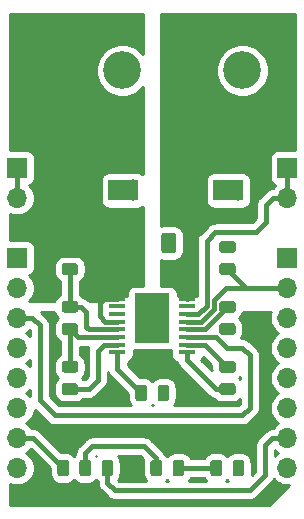
<source format=gbr>
G04 #@! TF.GenerationSoftware,KiCad,Pcbnew,(5.1.5)-3*
G04 #@! TF.CreationDate,2020-05-07T11:50:38+02:00*
G04 #@! TF.ProjectId,TPS16630_eFuse,54505331-3636-4333-905f-65467573652e,rev?*
G04 #@! TF.SameCoordinates,Original*
G04 #@! TF.FileFunction,Copper,L1,Top*
G04 #@! TF.FilePolarity,Positive*
%FSLAX46Y46*%
G04 Gerber Fmt 4.6, Leading zero omitted, Abs format (unit mm)*
G04 Created by KiCad (PCBNEW (5.1.5)-3) date 2020-05-07 11:50:38*
%MOMM*%
%LPD*%
G04 APERTURE LIST*
%ADD10R,2.500000X2.500000*%
%ADD11C,0.100000*%
%ADD12R,1.700000X1.700000*%
%ADD13O,1.700000X1.700000*%
%ADD14C,3.200000*%
%ADD15R,1.450000X0.450000*%
%ADD16R,3.000000X4.200000*%
%ADD17R,2.500000X1.800000*%
%ADD18C,0.800000*%
%ADD19C,0.431800*%
%ADD20C,1.524000*%
%ADD21C,0.381000*%
%ADD22C,0.254000*%
G04 APERTURE END LIST*
D10*
X63500000Y-135890000D03*
G04 #@! TA.AperFunction,SMDPad,CuDef*
D11*
G36*
X62830142Y-141541174D02*
G01*
X62853803Y-141544684D01*
X62877007Y-141550496D01*
X62899529Y-141558554D01*
X62921153Y-141568782D01*
X62941670Y-141581079D01*
X62960883Y-141595329D01*
X62978607Y-141611393D01*
X62994671Y-141629117D01*
X63008921Y-141648330D01*
X63021218Y-141668847D01*
X63031446Y-141690471D01*
X63039504Y-141712993D01*
X63045316Y-141736197D01*
X63048826Y-141759858D01*
X63050000Y-141783750D01*
X63050000Y-142696250D01*
X63048826Y-142720142D01*
X63045316Y-142743803D01*
X63039504Y-142767007D01*
X63031446Y-142789529D01*
X63021218Y-142811153D01*
X63008921Y-142831670D01*
X62994671Y-142850883D01*
X62978607Y-142868607D01*
X62960883Y-142884671D01*
X62941670Y-142898921D01*
X62921153Y-142911218D01*
X62899529Y-142921446D01*
X62877007Y-142929504D01*
X62853803Y-142935316D01*
X62830142Y-142938826D01*
X62806250Y-142940000D01*
X62318750Y-142940000D01*
X62294858Y-142938826D01*
X62271197Y-142935316D01*
X62247993Y-142929504D01*
X62225471Y-142921446D01*
X62203847Y-142911218D01*
X62183330Y-142898921D01*
X62164117Y-142884671D01*
X62146393Y-142868607D01*
X62130329Y-142850883D01*
X62116079Y-142831670D01*
X62103782Y-142811153D01*
X62093554Y-142789529D01*
X62085496Y-142767007D01*
X62079684Y-142743803D01*
X62076174Y-142720142D01*
X62075000Y-142696250D01*
X62075000Y-141783750D01*
X62076174Y-141759858D01*
X62079684Y-141736197D01*
X62085496Y-141712993D01*
X62093554Y-141690471D01*
X62103782Y-141668847D01*
X62116079Y-141648330D01*
X62130329Y-141629117D01*
X62146393Y-141611393D01*
X62164117Y-141595329D01*
X62183330Y-141581079D01*
X62203847Y-141568782D01*
X62225471Y-141558554D01*
X62247993Y-141550496D01*
X62271197Y-141544684D01*
X62294858Y-141541174D01*
X62318750Y-141540000D01*
X62806250Y-141540000D01*
X62830142Y-141541174D01*
G37*
G04 #@! TD.AperFunction*
G04 #@! TA.AperFunction,SMDPad,CuDef*
G36*
X64705142Y-141541174D02*
G01*
X64728803Y-141544684D01*
X64752007Y-141550496D01*
X64774529Y-141558554D01*
X64796153Y-141568782D01*
X64816670Y-141581079D01*
X64835883Y-141595329D01*
X64853607Y-141611393D01*
X64869671Y-141629117D01*
X64883921Y-141648330D01*
X64896218Y-141668847D01*
X64906446Y-141690471D01*
X64914504Y-141712993D01*
X64920316Y-141736197D01*
X64923826Y-141759858D01*
X64925000Y-141783750D01*
X64925000Y-142696250D01*
X64923826Y-142720142D01*
X64920316Y-142743803D01*
X64914504Y-142767007D01*
X64906446Y-142789529D01*
X64896218Y-142811153D01*
X64883921Y-142831670D01*
X64869671Y-142850883D01*
X64853607Y-142868607D01*
X64835883Y-142884671D01*
X64816670Y-142898921D01*
X64796153Y-142911218D01*
X64774529Y-142921446D01*
X64752007Y-142929504D01*
X64728803Y-142935316D01*
X64705142Y-142938826D01*
X64681250Y-142940000D01*
X64193750Y-142940000D01*
X64169858Y-142938826D01*
X64146197Y-142935316D01*
X64122993Y-142929504D01*
X64100471Y-142921446D01*
X64078847Y-142911218D01*
X64058330Y-142898921D01*
X64039117Y-142884671D01*
X64021393Y-142868607D01*
X64005329Y-142850883D01*
X63991079Y-142831670D01*
X63978782Y-142811153D01*
X63968554Y-142789529D01*
X63960496Y-142767007D01*
X63954684Y-142743803D01*
X63951174Y-142720142D01*
X63950000Y-142696250D01*
X63950000Y-141783750D01*
X63951174Y-141759858D01*
X63954684Y-141736197D01*
X63960496Y-141712993D01*
X63968554Y-141690471D01*
X63978782Y-141668847D01*
X63991079Y-141648330D01*
X64005329Y-141629117D01*
X64021393Y-141611393D01*
X64039117Y-141595329D01*
X64058330Y-141581079D01*
X64078847Y-141568782D01*
X64100471Y-141558554D01*
X64122993Y-141550496D01*
X64146197Y-141544684D01*
X64169858Y-141541174D01*
X64193750Y-141540000D01*
X64681250Y-141540000D01*
X64705142Y-141541174D01*
G37*
G04 #@! TD.AperFunction*
D12*
X52070000Y-130810000D03*
D13*
X52070000Y-133350000D03*
X52070000Y-135890000D03*
X52070000Y-138430000D03*
X52070000Y-140970000D03*
X52070000Y-143510000D03*
X52070000Y-146050000D03*
X52070000Y-148590000D03*
X74930000Y-148590000D03*
X74930000Y-146050000D03*
X74930000Y-143510000D03*
X74930000Y-140970000D03*
X74930000Y-138430000D03*
X74930000Y-135890000D03*
X74930000Y-133350000D03*
D12*
X74930000Y-130810000D03*
D14*
X66040000Y-114935000D03*
X71120000Y-114935000D03*
X60960000Y-114935000D03*
X55880000Y-114935000D03*
D12*
X52070000Y-123190000D03*
D13*
X52070000Y-125730000D03*
X74930000Y-125730000D03*
D12*
X74930000Y-123190000D03*
G04 #@! TA.AperFunction,SMDPad,CuDef*
D11*
G36*
X56215742Y-147891174D02*
G01*
X56239403Y-147894684D01*
X56262607Y-147900496D01*
X56285129Y-147908554D01*
X56306753Y-147918782D01*
X56327270Y-147931079D01*
X56346483Y-147945329D01*
X56364207Y-147961393D01*
X56380271Y-147979117D01*
X56394521Y-147998330D01*
X56406818Y-148018847D01*
X56417046Y-148040471D01*
X56425104Y-148062993D01*
X56430916Y-148086197D01*
X56434426Y-148109858D01*
X56435600Y-148133750D01*
X56435600Y-149046250D01*
X56434426Y-149070142D01*
X56430916Y-149093803D01*
X56425104Y-149117007D01*
X56417046Y-149139529D01*
X56406818Y-149161153D01*
X56394521Y-149181670D01*
X56380271Y-149200883D01*
X56364207Y-149218607D01*
X56346483Y-149234671D01*
X56327270Y-149248921D01*
X56306753Y-149261218D01*
X56285129Y-149271446D01*
X56262607Y-149279504D01*
X56239403Y-149285316D01*
X56215742Y-149288826D01*
X56191850Y-149290000D01*
X55704350Y-149290000D01*
X55680458Y-149288826D01*
X55656797Y-149285316D01*
X55633593Y-149279504D01*
X55611071Y-149271446D01*
X55589447Y-149261218D01*
X55568930Y-149248921D01*
X55549717Y-149234671D01*
X55531993Y-149218607D01*
X55515929Y-149200883D01*
X55501679Y-149181670D01*
X55489382Y-149161153D01*
X55479154Y-149139529D01*
X55471096Y-149117007D01*
X55465284Y-149093803D01*
X55461774Y-149070142D01*
X55460600Y-149046250D01*
X55460600Y-148133750D01*
X55461774Y-148109858D01*
X55465284Y-148086197D01*
X55471096Y-148062993D01*
X55479154Y-148040471D01*
X55489382Y-148018847D01*
X55501679Y-147998330D01*
X55515929Y-147979117D01*
X55531993Y-147961393D01*
X55549717Y-147945329D01*
X55568930Y-147931079D01*
X55589447Y-147918782D01*
X55611071Y-147908554D01*
X55633593Y-147900496D01*
X55656797Y-147894684D01*
X55680458Y-147891174D01*
X55704350Y-147890000D01*
X56191850Y-147890000D01*
X56215742Y-147891174D01*
G37*
G04 #@! TD.AperFunction*
G04 #@! TA.AperFunction,SMDPad,CuDef*
G36*
X59957642Y-147891174D02*
G01*
X59981303Y-147894684D01*
X60004507Y-147900496D01*
X60027029Y-147908554D01*
X60048653Y-147918782D01*
X60069170Y-147931079D01*
X60088383Y-147945329D01*
X60106107Y-147961393D01*
X60122171Y-147979117D01*
X60136421Y-147998330D01*
X60148718Y-148018847D01*
X60158946Y-148040471D01*
X60167004Y-148062993D01*
X60172816Y-148086197D01*
X60176326Y-148109858D01*
X60177500Y-148133750D01*
X60177500Y-149046250D01*
X60176326Y-149070142D01*
X60172816Y-149093803D01*
X60167004Y-149117007D01*
X60158946Y-149139529D01*
X60148718Y-149161153D01*
X60136421Y-149181670D01*
X60122171Y-149200883D01*
X60106107Y-149218607D01*
X60088383Y-149234671D01*
X60069170Y-149248921D01*
X60048653Y-149261218D01*
X60027029Y-149271446D01*
X60004507Y-149279504D01*
X59981303Y-149285316D01*
X59957642Y-149288826D01*
X59933750Y-149290000D01*
X59446250Y-149290000D01*
X59422358Y-149288826D01*
X59398697Y-149285316D01*
X59375493Y-149279504D01*
X59352971Y-149271446D01*
X59331347Y-149261218D01*
X59310830Y-149248921D01*
X59291617Y-149234671D01*
X59273893Y-149218607D01*
X59257829Y-149200883D01*
X59243579Y-149181670D01*
X59231282Y-149161153D01*
X59221054Y-149139529D01*
X59212996Y-149117007D01*
X59207184Y-149093803D01*
X59203674Y-149070142D01*
X59202500Y-149046250D01*
X59202500Y-148133750D01*
X59203674Y-148109858D01*
X59207184Y-148086197D01*
X59212996Y-148062993D01*
X59221054Y-148040471D01*
X59231282Y-148018847D01*
X59243579Y-147998330D01*
X59257829Y-147979117D01*
X59273893Y-147961393D01*
X59291617Y-147945329D01*
X59310830Y-147931079D01*
X59331347Y-147918782D01*
X59352971Y-147908554D01*
X59375493Y-147900496D01*
X59398697Y-147894684D01*
X59422358Y-147891174D01*
X59446250Y-147890000D01*
X59933750Y-147890000D01*
X59957642Y-147891174D01*
G37*
G04 #@! TD.AperFunction*
G04 #@! TA.AperFunction,SMDPad,CuDef*
G36*
X58082642Y-147891174D02*
G01*
X58106303Y-147894684D01*
X58129507Y-147900496D01*
X58152029Y-147908554D01*
X58173653Y-147918782D01*
X58194170Y-147931079D01*
X58213383Y-147945329D01*
X58231107Y-147961393D01*
X58247171Y-147979117D01*
X58261421Y-147998330D01*
X58273718Y-148018847D01*
X58283946Y-148040471D01*
X58292004Y-148062993D01*
X58297816Y-148086197D01*
X58301326Y-148109858D01*
X58302500Y-148133750D01*
X58302500Y-149046250D01*
X58301326Y-149070142D01*
X58297816Y-149093803D01*
X58292004Y-149117007D01*
X58283946Y-149139529D01*
X58273718Y-149161153D01*
X58261421Y-149181670D01*
X58247171Y-149200883D01*
X58231107Y-149218607D01*
X58213383Y-149234671D01*
X58194170Y-149248921D01*
X58173653Y-149261218D01*
X58152029Y-149271446D01*
X58129507Y-149279504D01*
X58106303Y-149285316D01*
X58082642Y-149288826D01*
X58058750Y-149290000D01*
X57571250Y-149290000D01*
X57547358Y-149288826D01*
X57523697Y-149285316D01*
X57500493Y-149279504D01*
X57477971Y-149271446D01*
X57456347Y-149261218D01*
X57435830Y-149248921D01*
X57416617Y-149234671D01*
X57398893Y-149218607D01*
X57382829Y-149200883D01*
X57368579Y-149181670D01*
X57356282Y-149161153D01*
X57346054Y-149139529D01*
X57337996Y-149117007D01*
X57332184Y-149093803D01*
X57328674Y-149070142D01*
X57327500Y-149046250D01*
X57327500Y-148133750D01*
X57328674Y-148109858D01*
X57332184Y-148086197D01*
X57337996Y-148062993D01*
X57346054Y-148040471D01*
X57356282Y-148018847D01*
X57368579Y-147998330D01*
X57382829Y-147979117D01*
X57398893Y-147961393D01*
X57416617Y-147945329D01*
X57435830Y-147931079D01*
X57456347Y-147918782D01*
X57477971Y-147908554D01*
X57500493Y-147900496D01*
X57523697Y-147894684D01*
X57547358Y-147891174D01*
X57571250Y-147890000D01*
X58058750Y-147890000D01*
X58082642Y-147891174D01*
G37*
G04 #@! TD.AperFunction*
G04 #@! TA.AperFunction,SMDPad,CuDef*
G36*
X64100142Y-147891174D02*
G01*
X64123803Y-147894684D01*
X64147007Y-147900496D01*
X64169529Y-147908554D01*
X64191153Y-147918782D01*
X64211670Y-147931079D01*
X64230883Y-147945329D01*
X64248607Y-147961393D01*
X64264671Y-147979117D01*
X64278921Y-147998330D01*
X64291218Y-148018847D01*
X64301446Y-148040471D01*
X64309504Y-148062993D01*
X64315316Y-148086197D01*
X64318826Y-148109858D01*
X64320000Y-148133750D01*
X64320000Y-149046250D01*
X64318826Y-149070142D01*
X64315316Y-149093803D01*
X64309504Y-149117007D01*
X64301446Y-149139529D01*
X64291218Y-149161153D01*
X64278921Y-149181670D01*
X64264671Y-149200883D01*
X64248607Y-149218607D01*
X64230883Y-149234671D01*
X64211670Y-149248921D01*
X64191153Y-149261218D01*
X64169529Y-149271446D01*
X64147007Y-149279504D01*
X64123803Y-149285316D01*
X64100142Y-149288826D01*
X64076250Y-149290000D01*
X63588750Y-149290000D01*
X63564858Y-149288826D01*
X63541197Y-149285316D01*
X63517993Y-149279504D01*
X63495471Y-149271446D01*
X63473847Y-149261218D01*
X63453330Y-149248921D01*
X63434117Y-149234671D01*
X63416393Y-149218607D01*
X63400329Y-149200883D01*
X63386079Y-149181670D01*
X63373782Y-149161153D01*
X63363554Y-149139529D01*
X63355496Y-149117007D01*
X63349684Y-149093803D01*
X63346174Y-149070142D01*
X63345000Y-149046250D01*
X63345000Y-148133750D01*
X63346174Y-148109858D01*
X63349684Y-148086197D01*
X63355496Y-148062993D01*
X63363554Y-148040471D01*
X63373782Y-148018847D01*
X63386079Y-147998330D01*
X63400329Y-147979117D01*
X63416393Y-147961393D01*
X63434117Y-147945329D01*
X63453330Y-147931079D01*
X63473847Y-147918782D01*
X63495471Y-147908554D01*
X63517993Y-147900496D01*
X63541197Y-147894684D01*
X63564858Y-147891174D01*
X63588750Y-147890000D01*
X64076250Y-147890000D01*
X64100142Y-147891174D01*
G37*
G04 #@! TD.AperFunction*
G04 #@! TA.AperFunction,SMDPad,CuDef*
G36*
X65975142Y-147891174D02*
G01*
X65998803Y-147894684D01*
X66022007Y-147900496D01*
X66044529Y-147908554D01*
X66066153Y-147918782D01*
X66086670Y-147931079D01*
X66105883Y-147945329D01*
X66123607Y-147961393D01*
X66139671Y-147979117D01*
X66153921Y-147998330D01*
X66166218Y-148018847D01*
X66176446Y-148040471D01*
X66184504Y-148062993D01*
X66190316Y-148086197D01*
X66193826Y-148109858D01*
X66195000Y-148133750D01*
X66195000Y-149046250D01*
X66193826Y-149070142D01*
X66190316Y-149093803D01*
X66184504Y-149117007D01*
X66176446Y-149139529D01*
X66166218Y-149161153D01*
X66153921Y-149181670D01*
X66139671Y-149200883D01*
X66123607Y-149218607D01*
X66105883Y-149234671D01*
X66086670Y-149248921D01*
X66066153Y-149261218D01*
X66044529Y-149271446D01*
X66022007Y-149279504D01*
X65998803Y-149285316D01*
X65975142Y-149288826D01*
X65951250Y-149290000D01*
X65463750Y-149290000D01*
X65439858Y-149288826D01*
X65416197Y-149285316D01*
X65392993Y-149279504D01*
X65370471Y-149271446D01*
X65348847Y-149261218D01*
X65328330Y-149248921D01*
X65309117Y-149234671D01*
X65291393Y-149218607D01*
X65275329Y-149200883D01*
X65261079Y-149181670D01*
X65248782Y-149161153D01*
X65238554Y-149139529D01*
X65230496Y-149117007D01*
X65224684Y-149093803D01*
X65221174Y-149070142D01*
X65220000Y-149046250D01*
X65220000Y-148133750D01*
X65221174Y-148109858D01*
X65224684Y-148086197D01*
X65230496Y-148062993D01*
X65238554Y-148040471D01*
X65248782Y-148018847D01*
X65261079Y-147998330D01*
X65275329Y-147979117D01*
X65291393Y-147961393D01*
X65309117Y-147945329D01*
X65328330Y-147931079D01*
X65348847Y-147918782D01*
X65370471Y-147908554D01*
X65392993Y-147900496D01*
X65416197Y-147894684D01*
X65439858Y-147891174D01*
X65463750Y-147890000D01*
X65951250Y-147890000D01*
X65975142Y-147891174D01*
G37*
G04 #@! TD.AperFunction*
G04 #@! TA.AperFunction,SMDPad,CuDef*
G36*
X56995142Y-131261174D02*
G01*
X57018803Y-131264684D01*
X57042007Y-131270496D01*
X57064529Y-131278554D01*
X57086153Y-131288782D01*
X57106670Y-131301079D01*
X57125883Y-131315329D01*
X57143607Y-131331393D01*
X57159671Y-131349117D01*
X57173921Y-131368330D01*
X57186218Y-131388847D01*
X57196446Y-131410471D01*
X57204504Y-131432993D01*
X57210316Y-131456197D01*
X57213826Y-131479858D01*
X57215000Y-131503750D01*
X57215000Y-131991250D01*
X57213826Y-132015142D01*
X57210316Y-132038803D01*
X57204504Y-132062007D01*
X57196446Y-132084529D01*
X57186218Y-132106153D01*
X57173921Y-132126670D01*
X57159671Y-132145883D01*
X57143607Y-132163607D01*
X57125883Y-132179671D01*
X57106670Y-132193921D01*
X57086153Y-132206218D01*
X57064529Y-132216446D01*
X57042007Y-132224504D01*
X57018803Y-132230316D01*
X56995142Y-132233826D01*
X56971250Y-132235000D01*
X56058750Y-132235000D01*
X56034858Y-132233826D01*
X56011197Y-132230316D01*
X55987993Y-132224504D01*
X55965471Y-132216446D01*
X55943847Y-132206218D01*
X55923330Y-132193921D01*
X55904117Y-132179671D01*
X55886393Y-132163607D01*
X55870329Y-132145883D01*
X55856079Y-132126670D01*
X55843782Y-132106153D01*
X55833554Y-132084529D01*
X55825496Y-132062007D01*
X55819684Y-132038803D01*
X55816174Y-132015142D01*
X55815000Y-131991250D01*
X55815000Y-131503750D01*
X55816174Y-131479858D01*
X55819684Y-131456197D01*
X55825496Y-131432993D01*
X55833554Y-131410471D01*
X55843782Y-131388847D01*
X55856079Y-131368330D01*
X55870329Y-131349117D01*
X55886393Y-131331393D01*
X55904117Y-131315329D01*
X55923330Y-131301079D01*
X55943847Y-131288782D01*
X55965471Y-131278554D01*
X55987993Y-131270496D01*
X56011197Y-131264684D01*
X56034858Y-131261174D01*
X56058750Y-131260000D01*
X56971250Y-131260000D01*
X56995142Y-131261174D01*
G37*
G04 #@! TD.AperFunction*
G04 #@! TA.AperFunction,SMDPad,CuDef*
G36*
X56995142Y-129386174D02*
G01*
X57018803Y-129389684D01*
X57042007Y-129395496D01*
X57064529Y-129403554D01*
X57086153Y-129413782D01*
X57106670Y-129426079D01*
X57125883Y-129440329D01*
X57143607Y-129456393D01*
X57159671Y-129474117D01*
X57173921Y-129493330D01*
X57186218Y-129513847D01*
X57196446Y-129535471D01*
X57204504Y-129557993D01*
X57210316Y-129581197D01*
X57213826Y-129604858D01*
X57215000Y-129628750D01*
X57215000Y-130116250D01*
X57213826Y-130140142D01*
X57210316Y-130163803D01*
X57204504Y-130187007D01*
X57196446Y-130209529D01*
X57186218Y-130231153D01*
X57173921Y-130251670D01*
X57159671Y-130270883D01*
X57143607Y-130288607D01*
X57125883Y-130304671D01*
X57106670Y-130318921D01*
X57086153Y-130331218D01*
X57064529Y-130341446D01*
X57042007Y-130349504D01*
X57018803Y-130355316D01*
X56995142Y-130358826D01*
X56971250Y-130360000D01*
X56058750Y-130360000D01*
X56034858Y-130358826D01*
X56011197Y-130355316D01*
X55987993Y-130349504D01*
X55965471Y-130341446D01*
X55943847Y-130331218D01*
X55923330Y-130318921D01*
X55904117Y-130304671D01*
X55886393Y-130288607D01*
X55870329Y-130270883D01*
X55856079Y-130251670D01*
X55843782Y-130231153D01*
X55833554Y-130209529D01*
X55825496Y-130187007D01*
X55819684Y-130163803D01*
X55816174Y-130140142D01*
X55815000Y-130116250D01*
X55815000Y-129628750D01*
X55816174Y-129604858D01*
X55819684Y-129581197D01*
X55825496Y-129557993D01*
X55833554Y-129535471D01*
X55843782Y-129513847D01*
X55856079Y-129493330D01*
X55870329Y-129474117D01*
X55886393Y-129456393D01*
X55904117Y-129440329D01*
X55923330Y-129426079D01*
X55943847Y-129413782D01*
X55965471Y-129403554D01*
X55987993Y-129395496D01*
X56011197Y-129389684D01*
X56034858Y-129386174D01*
X56058750Y-129385000D01*
X56971250Y-129385000D01*
X56995142Y-129386174D01*
G37*
G04 #@! TD.AperFunction*
G04 #@! TA.AperFunction,SMDPad,CuDef*
G36*
X56995142Y-136341174D02*
G01*
X57018803Y-136344684D01*
X57042007Y-136350496D01*
X57064529Y-136358554D01*
X57086153Y-136368782D01*
X57106670Y-136381079D01*
X57125883Y-136395329D01*
X57143607Y-136411393D01*
X57159671Y-136429117D01*
X57173921Y-136448330D01*
X57186218Y-136468847D01*
X57196446Y-136490471D01*
X57204504Y-136512993D01*
X57210316Y-136536197D01*
X57213826Y-136559858D01*
X57215000Y-136583750D01*
X57215000Y-137071250D01*
X57213826Y-137095142D01*
X57210316Y-137118803D01*
X57204504Y-137142007D01*
X57196446Y-137164529D01*
X57186218Y-137186153D01*
X57173921Y-137206670D01*
X57159671Y-137225883D01*
X57143607Y-137243607D01*
X57125883Y-137259671D01*
X57106670Y-137273921D01*
X57086153Y-137286218D01*
X57064529Y-137296446D01*
X57042007Y-137304504D01*
X57018803Y-137310316D01*
X56995142Y-137313826D01*
X56971250Y-137315000D01*
X56058750Y-137315000D01*
X56034858Y-137313826D01*
X56011197Y-137310316D01*
X55987993Y-137304504D01*
X55965471Y-137296446D01*
X55943847Y-137286218D01*
X55923330Y-137273921D01*
X55904117Y-137259671D01*
X55886393Y-137243607D01*
X55870329Y-137225883D01*
X55856079Y-137206670D01*
X55843782Y-137186153D01*
X55833554Y-137164529D01*
X55825496Y-137142007D01*
X55819684Y-137118803D01*
X55816174Y-137095142D01*
X55815000Y-137071250D01*
X55815000Y-136583750D01*
X55816174Y-136559858D01*
X55819684Y-136536197D01*
X55825496Y-136512993D01*
X55833554Y-136490471D01*
X55843782Y-136468847D01*
X55856079Y-136448330D01*
X55870329Y-136429117D01*
X55886393Y-136411393D01*
X55904117Y-136395329D01*
X55923330Y-136381079D01*
X55943847Y-136368782D01*
X55965471Y-136358554D01*
X55987993Y-136350496D01*
X56011197Y-136344684D01*
X56034858Y-136341174D01*
X56058750Y-136340000D01*
X56971250Y-136340000D01*
X56995142Y-136341174D01*
G37*
G04 #@! TD.AperFunction*
G04 #@! TA.AperFunction,SMDPad,CuDef*
G36*
X56995142Y-134466174D02*
G01*
X57018803Y-134469684D01*
X57042007Y-134475496D01*
X57064529Y-134483554D01*
X57086153Y-134493782D01*
X57106670Y-134506079D01*
X57125883Y-134520329D01*
X57143607Y-134536393D01*
X57159671Y-134554117D01*
X57173921Y-134573330D01*
X57186218Y-134593847D01*
X57196446Y-134615471D01*
X57204504Y-134637993D01*
X57210316Y-134661197D01*
X57213826Y-134684858D01*
X57215000Y-134708750D01*
X57215000Y-135196250D01*
X57213826Y-135220142D01*
X57210316Y-135243803D01*
X57204504Y-135267007D01*
X57196446Y-135289529D01*
X57186218Y-135311153D01*
X57173921Y-135331670D01*
X57159671Y-135350883D01*
X57143607Y-135368607D01*
X57125883Y-135384671D01*
X57106670Y-135398921D01*
X57086153Y-135411218D01*
X57064529Y-135421446D01*
X57042007Y-135429504D01*
X57018803Y-135435316D01*
X56995142Y-135438826D01*
X56971250Y-135440000D01*
X56058750Y-135440000D01*
X56034858Y-135438826D01*
X56011197Y-135435316D01*
X55987993Y-135429504D01*
X55965471Y-135421446D01*
X55943847Y-135411218D01*
X55923330Y-135398921D01*
X55904117Y-135384671D01*
X55886393Y-135368607D01*
X55870329Y-135350883D01*
X55856079Y-135331670D01*
X55843782Y-135311153D01*
X55833554Y-135289529D01*
X55825496Y-135267007D01*
X55819684Y-135243803D01*
X55816174Y-135220142D01*
X55815000Y-135196250D01*
X55815000Y-134708750D01*
X55816174Y-134684858D01*
X55819684Y-134661197D01*
X55825496Y-134637993D01*
X55833554Y-134615471D01*
X55843782Y-134593847D01*
X55856079Y-134573330D01*
X55870329Y-134554117D01*
X55886393Y-134536393D01*
X55904117Y-134520329D01*
X55923330Y-134506079D01*
X55943847Y-134493782D01*
X55965471Y-134483554D01*
X55987993Y-134475496D01*
X56011197Y-134469684D01*
X56034858Y-134466174D01*
X56058750Y-134465000D01*
X56971250Y-134465000D01*
X56995142Y-134466174D01*
G37*
G04 #@! TD.AperFunction*
G04 #@! TA.AperFunction,SMDPad,CuDef*
G36*
X56995142Y-139546174D02*
G01*
X57018803Y-139549684D01*
X57042007Y-139555496D01*
X57064529Y-139563554D01*
X57086153Y-139573782D01*
X57106670Y-139586079D01*
X57125883Y-139600329D01*
X57143607Y-139616393D01*
X57159671Y-139634117D01*
X57173921Y-139653330D01*
X57186218Y-139673847D01*
X57196446Y-139695471D01*
X57204504Y-139717993D01*
X57210316Y-139741197D01*
X57213826Y-139764858D01*
X57215000Y-139788750D01*
X57215000Y-140276250D01*
X57213826Y-140300142D01*
X57210316Y-140323803D01*
X57204504Y-140347007D01*
X57196446Y-140369529D01*
X57186218Y-140391153D01*
X57173921Y-140411670D01*
X57159671Y-140430883D01*
X57143607Y-140448607D01*
X57125883Y-140464671D01*
X57106670Y-140478921D01*
X57086153Y-140491218D01*
X57064529Y-140501446D01*
X57042007Y-140509504D01*
X57018803Y-140515316D01*
X56995142Y-140518826D01*
X56971250Y-140520000D01*
X56058750Y-140520000D01*
X56034858Y-140518826D01*
X56011197Y-140515316D01*
X55987993Y-140509504D01*
X55965471Y-140501446D01*
X55943847Y-140491218D01*
X55923330Y-140478921D01*
X55904117Y-140464671D01*
X55886393Y-140448607D01*
X55870329Y-140430883D01*
X55856079Y-140411670D01*
X55843782Y-140391153D01*
X55833554Y-140369529D01*
X55825496Y-140347007D01*
X55819684Y-140323803D01*
X55816174Y-140300142D01*
X55815000Y-140276250D01*
X55815000Y-139788750D01*
X55816174Y-139764858D01*
X55819684Y-139741197D01*
X55825496Y-139717993D01*
X55833554Y-139695471D01*
X55843782Y-139673847D01*
X55856079Y-139653330D01*
X55870329Y-139634117D01*
X55886393Y-139616393D01*
X55904117Y-139600329D01*
X55923330Y-139586079D01*
X55943847Y-139573782D01*
X55965471Y-139563554D01*
X55987993Y-139555496D01*
X56011197Y-139549684D01*
X56034858Y-139546174D01*
X56058750Y-139545000D01*
X56971250Y-139545000D01*
X56995142Y-139546174D01*
G37*
G04 #@! TD.AperFunction*
G04 #@! TA.AperFunction,SMDPad,CuDef*
G36*
X56995142Y-141421174D02*
G01*
X57018803Y-141424684D01*
X57042007Y-141430496D01*
X57064529Y-141438554D01*
X57086153Y-141448782D01*
X57106670Y-141461079D01*
X57125883Y-141475329D01*
X57143607Y-141491393D01*
X57159671Y-141509117D01*
X57173921Y-141528330D01*
X57186218Y-141548847D01*
X57196446Y-141570471D01*
X57204504Y-141592993D01*
X57210316Y-141616197D01*
X57213826Y-141639858D01*
X57215000Y-141663750D01*
X57215000Y-142151250D01*
X57213826Y-142175142D01*
X57210316Y-142198803D01*
X57204504Y-142222007D01*
X57196446Y-142244529D01*
X57186218Y-142266153D01*
X57173921Y-142286670D01*
X57159671Y-142305883D01*
X57143607Y-142323607D01*
X57125883Y-142339671D01*
X57106670Y-142353921D01*
X57086153Y-142366218D01*
X57064529Y-142376446D01*
X57042007Y-142384504D01*
X57018803Y-142390316D01*
X56995142Y-142393826D01*
X56971250Y-142395000D01*
X56058750Y-142395000D01*
X56034858Y-142393826D01*
X56011197Y-142390316D01*
X55987993Y-142384504D01*
X55965471Y-142376446D01*
X55943847Y-142366218D01*
X55923330Y-142353921D01*
X55904117Y-142339671D01*
X55886393Y-142323607D01*
X55870329Y-142305883D01*
X55856079Y-142286670D01*
X55843782Y-142266153D01*
X55833554Y-142244529D01*
X55825496Y-142222007D01*
X55819684Y-142198803D01*
X55816174Y-142175142D01*
X55815000Y-142151250D01*
X55815000Y-141663750D01*
X55816174Y-141639858D01*
X55819684Y-141616197D01*
X55825496Y-141592993D01*
X55833554Y-141570471D01*
X55843782Y-141548847D01*
X55856079Y-141528330D01*
X55870329Y-141509117D01*
X55886393Y-141491393D01*
X55904117Y-141475329D01*
X55923330Y-141461079D01*
X55943847Y-141448782D01*
X55965471Y-141438554D01*
X55987993Y-141430496D01*
X56011197Y-141424684D01*
X56034858Y-141421174D01*
X56058750Y-141420000D01*
X56971250Y-141420000D01*
X56995142Y-141421174D01*
G37*
G04 #@! TD.AperFunction*
G04 #@! TA.AperFunction,SMDPad,CuDef*
G36*
X70330142Y-141421174D02*
G01*
X70353803Y-141424684D01*
X70377007Y-141430496D01*
X70399529Y-141438554D01*
X70421153Y-141448782D01*
X70441670Y-141461079D01*
X70460883Y-141475329D01*
X70478607Y-141491393D01*
X70494671Y-141509117D01*
X70508921Y-141528330D01*
X70521218Y-141548847D01*
X70531446Y-141570471D01*
X70539504Y-141592993D01*
X70545316Y-141616197D01*
X70548826Y-141639858D01*
X70550000Y-141663750D01*
X70550000Y-142151250D01*
X70548826Y-142175142D01*
X70545316Y-142198803D01*
X70539504Y-142222007D01*
X70531446Y-142244529D01*
X70521218Y-142266153D01*
X70508921Y-142286670D01*
X70494671Y-142305883D01*
X70478607Y-142323607D01*
X70460883Y-142339671D01*
X70441670Y-142353921D01*
X70421153Y-142366218D01*
X70399529Y-142376446D01*
X70377007Y-142384504D01*
X70353803Y-142390316D01*
X70330142Y-142393826D01*
X70306250Y-142395000D01*
X69393750Y-142395000D01*
X69369858Y-142393826D01*
X69346197Y-142390316D01*
X69322993Y-142384504D01*
X69300471Y-142376446D01*
X69278847Y-142366218D01*
X69258330Y-142353921D01*
X69239117Y-142339671D01*
X69221393Y-142323607D01*
X69205329Y-142305883D01*
X69191079Y-142286670D01*
X69178782Y-142266153D01*
X69168554Y-142244529D01*
X69160496Y-142222007D01*
X69154684Y-142198803D01*
X69151174Y-142175142D01*
X69150000Y-142151250D01*
X69150000Y-141663750D01*
X69151174Y-141639858D01*
X69154684Y-141616197D01*
X69160496Y-141592993D01*
X69168554Y-141570471D01*
X69178782Y-141548847D01*
X69191079Y-141528330D01*
X69205329Y-141509117D01*
X69221393Y-141491393D01*
X69239117Y-141475329D01*
X69258330Y-141461079D01*
X69278847Y-141448782D01*
X69300471Y-141438554D01*
X69322993Y-141430496D01*
X69346197Y-141424684D01*
X69369858Y-141421174D01*
X69393750Y-141420000D01*
X70306250Y-141420000D01*
X70330142Y-141421174D01*
G37*
G04 #@! TD.AperFunction*
G04 #@! TA.AperFunction,SMDPad,CuDef*
G36*
X70330142Y-139546174D02*
G01*
X70353803Y-139549684D01*
X70377007Y-139555496D01*
X70399529Y-139563554D01*
X70421153Y-139573782D01*
X70441670Y-139586079D01*
X70460883Y-139600329D01*
X70478607Y-139616393D01*
X70494671Y-139634117D01*
X70508921Y-139653330D01*
X70521218Y-139673847D01*
X70531446Y-139695471D01*
X70539504Y-139717993D01*
X70545316Y-139741197D01*
X70548826Y-139764858D01*
X70550000Y-139788750D01*
X70550000Y-140276250D01*
X70548826Y-140300142D01*
X70545316Y-140323803D01*
X70539504Y-140347007D01*
X70531446Y-140369529D01*
X70521218Y-140391153D01*
X70508921Y-140411670D01*
X70494671Y-140430883D01*
X70478607Y-140448607D01*
X70460883Y-140464671D01*
X70441670Y-140478921D01*
X70421153Y-140491218D01*
X70399529Y-140501446D01*
X70377007Y-140509504D01*
X70353803Y-140515316D01*
X70330142Y-140518826D01*
X70306250Y-140520000D01*
X69393750Y-140520000D01*
X69369858Y-140518826D01*
X69346197Y-140515316D01*
X69322993Y-140509504D01*
X69300471Y-140501446D01*
X69278847Y-140491218D01*
X69258330Y-140478921D01*
X69239117Y-140464671D01*
X69221393Y-140448607D01*
X69205329Y-140430883D01*
X69191079Y-140411670D01*
X69178782Y-140391153D01*
X69168554Y-140369529D01*
X69160496Y-140347007D01*
X69154684Y-140323803D01*
X69151174Y-140300142D01*
X69150000Y-140276250D01*
X69150000Y-139788750D01*
X69151174Y-139764858D01*
X69154684Y-139741197D01*
X69160496Y-139717993D01*
X69168554Y-139695471D01*
X69178782Y-139673847D01*
X69191079Y-139653330D01*
X69205329Y-139634117D01*
X69221393Y-139616393D01*
X69239117Y-139600329D01*
X69258330Y-139586079D01*
X69278847Y-139573782D01*
X69300471Y-139563554D01*
X69322993Y-139555496D01*
X69346197Y-139549684D01*
X69369858Y-139546174D01*
X69393750Y-139545000D01*
X70306250Y-139545000D01*
X70330142Y-139546174D01*
G37*
G04 #@! TD.AperFunction*
G04 #@! TA.AperFunction,SMDPad,CuDef*
G36*
X70330142Y-129386174D02*
G01*
X70353803Y-129389684D01*
X70377007Y-129395496D01*
X70399529Y-129403554D01*
X70421153Y-129413782D01*
X70441670Y-129426079D01*
X70460883Y-129440329D01*
X70478607Y-129456393D01*
X70494671Y-129474117D01*
X70508921Y-129493330D01*
X70521218Y-129513847D01*
X70531446Y-129535471D01*
X70539504Y-129557993D01*
X70545316Y-129581197D01*
X70548826Y-129604858D01*
X70550000Y-129628750D01*
X70550000Y-130116250D01*
X70548826Y-130140142D01*
X70545316Y-130163803D01*
X70539504Y-130187007D01*
X70531446Y-130209529D01*
X70521218Y-130231153D01*
X70508921Y-130251670D01*
X70494671Y-130270883D01*
X70478607Y-130288607D01*
X70460883Y-130304671D01*
X70441670Y-130318921D01*
X70421153Y-130331218D01*
X70399529Y-130341446D01*
X70377007Y-130349504D01*
X70353803Y-130355316D01*
X70330142Y-130358826D01*
X70306250Y-130360000D01*
X69393750Y-130360000D01*
X69369858Y-130358826D01*
X69346197Y-130355316D01*
X69322993Y-130349504D01*
X69300471Y-130341446D01*
X69278847Y-130331218D01*
X69258330Y-130318921D01*
X69239117Y-130304671D01*
X69221393Y-130288607D01*
X69205329Y-130270883D01*
X69191079Y-130251670D01*
X69178782Y-130231153D01*
X69168554Y-130209529D01*
X69160496Y-130187007D01*
X69154684Y-130163803D01*
X69151174Y-130140142D01*
X69150000Y-130116250D01*
X69150000Y-129628750D01*
X69151174Y-129604858D01*
X69154684Y-129581197D01*
X69160496Y-129557993D01*
X69168554Y-129535471D01*
X69178782Y-129513847D01*
X69191079Y-129493330D01*
X69205329Y-129474117D01*
X69221393Y-129456393D01*
X69239117Y-129440329D01*
X69258330Y-129426079D01*
X69278847Y-129413782D01*
X69300471Y-129403554D01*
X69322993Y-129395496D01*
X69346197Y-129389684D01*
X69369858Y-129386174D01*
X69393750Y-129385000D01*
X70306250Y-129385000D01*
X70330142Y-129386174D01*
G37*
G04 #@! TD.AperFunction*
G04 #@! TA.AperFunction,SMDPad,CuDef*
G36*
X70330142Y-131261174D02*
G01*
X70353803Y-131264684D01*
X70377007Y-131270496D01*
X70399529Y-131278554D01*
X70421153Y-131288782D01*
X70441670Y-131301079D01*
X70460883Y-131315329D01*
X70478607Y-131331393D01*
X70494671Y-131349117D01*
X70508921Y-131368330D01*
X70521218Y-131388847D01*
X70531446Y-131410471D01*
X70539504Y-131432993D01*
X70545316Y-131456197D01*
X70548826Y-131479858D01*
X70550000Y-131503750D01*
X70550000Y-131991250D01*
X70548826Y-132015142D01*
X70545316Y-132038803D01*
X70539504Y-132062007D01*
X70531446Y-132084529D01*
X70521218Y-132106153D01*
X70508921Y-132126670D01*
X70494671Y-132145883D01*
X70478607Y-132163607D01*
X70460883Y-132179671D01*
X70441670Y-132193921D01*
X70421153Y-132206218D01*
X70399529Y-132216446D01*
X70377007Y-132224504D01*
X70353803Y-132230316D01*
X70330142Y-132233826D01*
X70306250Y-132235000D01*
X69393750Y-132235000D01*
X69369858Y-132233826D01*
X69346197Y-132230316D01*
X69322993Y-132224504D01*
X69300471Y-132216446D01*
X69278847Y-132206218D01*
X69258330Y-132193921D01*
X69239117Y-132179671D01*
X69221393Y-132163607D01*
X69205329Y-132145883D01*
X69191079Y-132126670D01*
X69178782Y-132106153D01*
X69168554Y-132084529D01*
X69160496Y-132062007D01*
X69154684Y-132038803D01*
X69151174Y-132015142D01*
X69150000Y-131991250D01*
X69150000Y-131503750D01*
X69151174Y-131479858D01*
X69154684Y-131456197D01*
X69160496Y-131432993D01*
X69168554Y-131410471D01*
X69178782Y-131388847D01*
X69191079Y-131368330D01*
X69205329Y-131349117D01*
X69221393Y-131331393D01*
X69239117Y-131315329D01*
X69258330Y-131301079D01*
X69278847Y-131288782D01*
X69300471Y-131278554D01*
X69322993Y-131270496D01*
X69346197Y-131264684D01*
X69369858Y-131261174D01*
X69393750Y-131260000D01*
X70306250Y-131260000D01*
X70330142Y-131261174D01*
G37*
G04 #@! TD.AperFunction*
G04 #@! TA.AperFunction,SMDPad,CuDef*
G36*
X70330142Y-136341174D02*
G01*
X70353803Y-136344684D01*
X70377007Y-136350496D01*
X70399529Y-136358554D01*
X70421153Y-136368782D01*
X70441670Y-136381079D01*
X70460883Y-136395329D01*
X70478607Y-136411393D01*
X70494671Y-136429117D01*
X70508921Y-136448330D01*
X70521218Y-136468847D01*
X70531446Y-136490471D01*
X70539504Y-136512993D01*
X70545316Y-136536197D01*
X70548826Y-136559858D01*
X70550000Y-136583750D01*
X70550000Y-137071250D01*
X70548826Y-137095142D01*
X70545316Y-137118803D01*
X70539504Y-137142007D01*
X70531446Y-137164529D01*
X70521218Y-137186153D01*
X70508921Y-137206670D01*
X70494671Y-137225883D01*
X70478607Y-137243607D01*
X70460883Y-137259671D01*
X70441670Y-137273921D01*
X70421153Y-137286218D01*
X70399529Y-137296446D01*
X70377007Y-137304504D01*
X70353803Y-137310316D01*
X70330142Y-137313826D01*
X70306250Y-137315000D01*
X69393750Y-137315000D01*
X69369858Y-137313826D01*
X69346197Y-137310316D01*
X69322993Y-137304504D01*
X69300471Y-137296446D01*
X69278847Y-137286218D01*
X69258330Y-137273921D01*
X69239117Y-137259671D01*
X69221393Y-137243607D01*
X69205329Y-137225883D01*
X69191079Y-137206670D01*
X69178782Y-137186153D01*
X69168554Y-137164529D01*
X69160496Y-137142007D01*
X69154684Y-137118803D01*
X69151174Y-137095142D01*
X69150000Y-137071250D01*
X69150000Y-136583750D01*
X69151174Y-136559858D01*
X69154684Y-136536197D01*
X69160496Y-136512993D01*
X69168554Y-136490471D01*
X69178782Y-136468847D01*
X69191079Y-136448330D01*
X69205329Y-136429117D01*
X69221393Y-136411393D01*
X69239117Y-136395329D01*
X69258330Y-136381079D01*
X69278847Y-136368782D01*
X69300471Y-136358554D01*
X69322993Y-136350496D01*
X69346197Y-136344684D01*
X69369858Y-136341174D01*
X69393750Y-136340000D01*
X70306250Y-136340000D01*
X70330142Y-136341174D01*
G37*
G04 #@! TD.AperFunction*
G04 #@! TA.AperFunction,SMDPad,CuDef*
G36*
X70330142Y-134466174D02*
G01*
X70353803Y-134469684D01*
X70377007Y-134475496D01*
X70399529Y-134483554D01*
X70421153Y-134493782D01*
X70441670Y-134506079D01*
X70460883Y-134520329D01*
X70478607Y-134536393D01*
X70494671Y-134554117D01*
X70508921Y-134573330D01*
X70521218Y-134593847D01*
X70531446Y-134615471D01*
X70539504Y-134637993D01*
X70545316Y-134661197D01*
X70548826Y-134684858D01*
X70550000Y-134708750D01*
X70550000Y-135196250D01*
X70548826Y-135220142D01*
X70545316Y-135243803D01*
X70539504Y-135267007D01*
X70531446Y-135289529D01*
X70521218Y-135311153D01*
X70508921Y-135331670D01*
X70494671Y-135350883D01*
X70478607Y-135368607D01*
X70460883Y-135384671D01*
X70441670Y-135398921D01*
X70421153Y-135411218D01*
X70399529Y-135421446D01*
X70377007Y-135429504D01*
X70353803Y-135435316D01*
X70330142Y-135438826D01*
X70306250Y-135440000D01*
X69393750Y-135440000D01*
X69369858Y-135438826D01*
X69346197Y-135435316D01*
X69322993Y-135429504D01*
X69300471Y-135421446D01*
X69278847Y-135411218D01*
X69258330Y-135398921D01*
X69239117Y-135384671D01*
X69221393Y-135368607D01*
X69205329Y-135350883D01*
X69191079Y-135331670D01*
X69178782Y-135311153D01*
X69168554Y-135289529D01*
X69160496Y-135267007D01*
X69154684Y-135243803D01*
X69151174Y-135220142D01*
X69150000Y-135196250D01*
X69150000Y-134708750D01*
X69151174Y-134684858D01*
X69154684Y-134661197D01*
X69160496Y-134637993D01*
X69168554Y-134615471D01*
X69178782Y-134593847D01*
X69191079Y-134573330D01*
X69205329Y-134554117D01*
X69221393Y-134536393D01*
X69239117Y-134520329D01*
X69258330Y-134506079D01*
X69278847Y-134493782D01*
X69300471Y-134483554D01*
X69322993Y-134475496D01*
X69346197Y-134469684D01*
X69369858Y-134466174D01*
X69393750Y-134465000D01*
X70306250Y-134465000D01*
X70330142Y-134466174D01*
G37*
G04 #@! TD.AperFunction*
D15*
X60550000Y-132965000D03*
X60550000Y-133615000D03*
X60550000Y-134265000D03*
X60550000Y-134915000D03*
X60550000Y-135565000D03*
X60550000Y-136215000D03*
X60550000Y-136865000D03*
X60550000Y-137515000D03*
X60550000Y-138165000D03*
X60550000Y-138815000D03*
X66450000Y-138815000D03*
X66450000Y-138165000D03*
X66450000Y-137515000D03*
X66450000Y-136865000D03*
X66450000Y-136215000D03*
X66450000Y-135565000D03*
X66450000Y-134915000D03*
X66450000Y-134265000D03*
X66450000Y-133615000D03*
X66450000Y-132965000D03*
D16*
X63500000Y-135890000D03*
G04 #@! TA.AperFunction,SMDPad,CuDef*
D11*
G36*
X71055142Y-147891174D02*
G01*
X71078803Y-147894684D01*
X71102007Y-147900496D01*
X71124529Y-147908554D01*
X71146153Y-147918782D01*
X71166670Y-147931079D01*
X71185883Y-147945329D01*
X71203607Y-147961393D01*
X71219671Y-147979117D01*
X71233921Y-147998330D01*
X71246218Y-148018847D01*
X71256446Y-148040471D01*
X71264504Y-148062993D01*
X71270316Y-148086197D01*
X71273826Y-148109858D01*
X71275000Y-148133750D01*
X71275000Y-149046250D01*
X71273826Y-149070142D01*
X71270316Y-149093803D01*
X71264504Y-149117007D01*
X71256446Y-149139529D01*
X71246218Y-149161153D01*
X71233921Y-149181670D01*
X71219671Y-149200883D01*
X71203607Y-149218607D01*
X71185883Y-149234671D01*
X71166670Y-149248921D01*
X71146153Y-149261218D01*
X71124529Y-149271446D01*
X71102007Y-149279504D01*
X71078803Y-149285316D01*
X71055142Y-149288826D01*
X71031250Y-149290000D01*
X70543750Y-149290000D01*
X70519858Y-149288826D01*
X70496197Y-149285316D01*
X70472993Y-149279504D01*
X70450471Y-149271446D01*
X70428847Y-149261218D01*
X70408330Y-149248921D01*
X70389117Y-149234671D01*
X70371393Y-149218607D01*
X70355329Y-149200883D01*
X70341079Y-149181670D01*
X70328782Y-149161153D01*
X70318554Y-149139529D01*
X70310496Y-149117007D01*
X70304684Y-149093803D01*
X70301174Y-149070142D01*
X70300000Y-149046250D01*
X70300000Y-148133750D01*
X70301174Y-148109858D01*
X70304684Y-148086197D01*
X70310496Y-148062993D01*
X70318554Y-148040471D01*
X70328782Y-148018847D01*
X70341079Y-147998330D01*
X70355329Y-147979117D01*
X70371393Y-147961393D01*
X70389117Y-147945329D01*
X70408330Y-147931079D01*
X70428847Y-147918782D01*
X70450471Y-147908554D01*
X70472993Y-147900496D01*
X70496197Y-147894684D01*
X70519858Y-147891174D01*
X70543750Y-147890000D01*
X71031250Y-147890000D01*
X71055142Y-147891174D01*
G37*
G04 #@! TD.AperFunction*
G04 #@! TA.AperFunction,SMDPad,CuDef*
G36*
X69180142Y-147891174D02*
G01*
X69203803Y-147894684D01*
X69227007Y-147900496D01*
X69249529Y-147908554D01*
X69271153Y-147918782D01*
X69291670Y-147931079D01*
X69310883Y-147945329D01*
X69328607Y-147961393D01*
X69344671Y-147979117D01*
X69358921Y-147998330D01*
X69371218Y-148018847D01*
X69381446Y-148040471D01*
X69389504Y-148062993D01*
X69395316Y-148086197D01*
X69398826Y-148109858D01*
X69400000Y-148133750D01*
X69400000Y-149046250D01*
X69398826Y-149070142D01*
X69395316Y-149093803D01*
X69389504Y-149117007D01*
X69381446Y-149139529D01*
X69371218Y-149161153D01*
X69358921Y-149181670D01*
X69344671Y-149200883D01*
X69328607Y-149218607D01*
X69310883Y-149234671D01*
X69291670Y-149248921D01*
X69271153Y-149261218D01*
X69249529Y-149271446D01*
X69227007Y-149279504D01*
X69203803Y-149285316D01*
X69180142Y-149288826D01*
X69156250Y-149290000D01*
X68668750Y-149290000D01*
X68644858Y-149288826D01*
X68621197Y-149285316D01*
X68597993Y-149279504D01*
X68575471Y-149271446D01*
X68553847Y-149261218D01*
X68533330Y-149248921D01*
X68514117Y-149234671D01*
X68496393Y-149218607D01*
X68480329Y-149200883D01*
X68466079Y-149181670D01*
X68453782Y-149161153D01*
X68443554Y-149139529D01*
X68435496Y-149117007D01*
X68429684Y-149093803D01*
X68426174Y-149070142D01*
X68425000Y-149046250D01*
X68425000Y-148133750D01*
X68426174Y-148109858D01*
X68429684Y-148086197D01*
X68435496Y-148062993D01*
X68443554Y-148040471D01*
X68453782Y-148018847D01*
X68466079Y-147998330D01*
X68480329Y-147979117D01*
X68496393Y-147961393D01*
X68514117Y-147945329D01*
X68533330Y-147931079D01*
X68553847Y-147918782D01*
X68575471Y-147908554D01*
X68597993Y-147900496D01*
X68621197Y-147894684D01*
X68644858Y-147891174D01*
X68668750Y-147890000D01*
X69156250Y-147890000D01*
X69180142Y-147891174D01*
G37*
G04 #@! TD.AperFunction*
G04 #@! TA.AperFunction,SMDPad,CuDef*
G36*
X62499504Y-128666204D02*
G01*
X62523773Y-128669804D01*
X62547571Y-128675765D01*
X62570671Y-128684030D01*
X62592849Y-128694520D01*
X62613893Y-128707133D01*
X62633598Y-128721747D01*
X62651777Y-128738223D01*
X62668253Y-128756402D01*
X62682867Y-128776107D01*
X62695480Y-128797151D01*
X62705970Y-128819329D01*
X62714235Y-128842429D01*
X62720196Y-128866227D01*
X62723796Y-128890496D01*
X62725000Y-128915000D01*
X62725000Y-130165000D01*
X62723796Y-130189504D01*
X62720196Y-130213773D01*
X62714235Y-130237571D01*
X62705970Y-130260671D01*
X62695480Y-130282849D01*
X62682867Y-130303893D01*
X62668253Y-130323598D01*
X62651777Y-130341777D01*
X62633598Y-130358253D01*
X62613893Y-130372867D01*
X62592849Y-130385480D01*
X62570671Y-130395970D01*
X62547571Y-130404235D01*
X62523773Y-130410196D01*
X62499504Y-130413796D01*
X62475000Y-130415000D01*
X61725000Y-130415000D01*
X61700496Y-130413796D01*
X61676227Y-130410196D01*
X61652429Y-130404235D01*
X61629329Y-130395970D01*
X61607151Y-130385480D01*
X61586107Y-130372867D01*
X61566402Y-130358253D01*
X61548223Y-130341777D01*
X61531747Y-130323598D01*
X61517133Y-130303893D01*
X61504520Y-130282849D01*
X61494030Y-130260671D01*
X61485765Y-130237571D01*
X61479804Y-130213773D01*
X61476204Y-130189504D01*
X61475000Y-130165000D01*
X61475000Y-128915000D01*
X61476204Y-128890496D01*
X61479804Y-128866227D01*
X61485765Y-128842429D01*
X61494030Y-128819329D01*
X61504520Y-128797151D01*
X61517133Y-128776107D01*
X61531747Y-128756402D01*
X61548223Y-128738223D01*
X61566402Y-128721747D01*
X61586107Y-128707133D01*
X61607151Y-128694520D01*
X61629329Y-128684030D01*
X61652429Y-128675765D01*
X61676227Y-128669804D01*
X61700496Y-128666204D01*
X61725000Y-128665000D01*
X62475000Y-128665000D01*
X62499504Y-128666204D01*
G37*
G04 #@! TD.AperFunction*
G04 #@! TA.AperFunction,SMDPad,CuDef*
G36*
X65299504Y-128666204D02*
G01*
X65323773Y-128669804D01*
X65347571Y-128675765D01*
X65370671Y-128684030D01*
X65392849Y-128694520D01*
X65413893Y-128707133D01*
X65433598Y-128721747D01*
X65451777Y-128738223D01*
X65468253Y-128756402D01*
X65482867Y-128776107D01*
X65495480Y-128797151D01*
X65505970Y-128819329D01*
X65514235Y-128842429D01*
X65520196Y-128866227D01*
X65523796Y-128890496D01*
X65525000Y-128915000D01*
X65525000Y-130165000D01*
X65523796Y-130189504D01*
X65520196Y-130213773D01*
X65514235Y-130237571D01*
X65505970Y-130260671D01*
X65495480Y-130282849D01*
X65482867Y-130303893D01*
X65468253Y-130323598D01*
X65451777Y-130341777D01*
X65433598Y-130358253D01*
X65413893Y-130372867D01*
X65392849Y-130385480D01*
X65370671Y-130395970D01*
X65347571Y-130404235D01*
X65323773Y-130410196D01*
X65299504Y-130413796D01*
X65275000Y-130415000D01*
X64525000Y-130415000D01*
X64500496Y-130413796D01*
X64476227Y-130410196D01*
X64452429Y-130404235D01*
X64429329Y-130395970D01*
X64407151Y-130385480D01*
X64386107Y-130372867D01*
X64366402Y-130358253D01*
X64348223Y-130341777D01*
X64331747Y-130323598D01*
X64317133Y-130303893D01*
X64304520Y-130282849D01*
X64294030Y-130260671D01*
X64285765Y-130237571D01*
X64279804Y-130213773D01*
X64276204Y-130189504D01*
X64275000Y-130165000D01*
X64275000Y-128915000D01*
X64276204Y-128890496D01*
X64279804Y-128866227D01*
X64285765Y-128842429D01*
X64294030Y-128819329D01*
X64304520Y-128797151D01*
X64317133Y-128776107D01*
X64331747Y-128756402D01*
X64348223Y-128738223D01*
X64366402Y-128721747D01*
X64386107Y-128707133D01*
X64407151Y-128694520D01*
X64429329Y-128684030D01*
X64452429Y-128675765D01*
X64476227Y-128669804D01*
X64500496Y-128666204D01*
X64525000Y-128665000D01*
X65275000Y-128665000D01*
X65299504Y-128666204D01*
G37*
G04 #@! TD.AperFunction*
D17*
X69945000Y-125095000D03*
X65945000Y-125095000D03*
X57055000Y-125095000D03*
X61055000Y-125095000D03*
D18*
X70739000Y-125603000D03*
X70739000Y-124714000D03*
X61849000Y-125603000D03*
X61849000Y-124587000D03*
X65024000Y-129540000D03*
X69850000Y-136779000D03*
X70739000Y-148590000D03*
X56515000Y-141986000D03*
X64389000Y-142240000D03*
X69850000Y-140081000D03*
X69850000Y-134952500D03*
X69850000Y-129921000D03*
X57815000Y-148590000D03*
D19*
X60550000Y-140227500D02*
X62562500Y-142240000D01*
X60550000Y-138815000D02*
X60550000Y-140227500D01*
X67982500Y-138165000D02*
X69850000Y-140032500D01*
X66450000Y-138165000D02*
X67982500Y-138165000D01*
X59393200Y-138165000D02*
X58874200Y-138684000D01*
X60550000Y-138165000D02*
X59393200Y-138165000D01*
X58874200Y-138684000D02*
X58874200Y-141150800D01*
X58117500Y-141907500D02*
X56515000Y-141907500D01*
X58874200Y-141150800D02*
X58117500Y-141907500D01*
D20*
X60550000Y-115345000D02*
X60960000Y-114935000D01*
D21*
X65707500Y-148590000D02*
X68912500Y-148590000D01*
D19*
X66450000Y-136865000D02*
X67606800Y-136865000D01*
X67937500Y-136865000D02*
X67606800Y-136865000D01*
X69850000Y-134952500D02*
X69850000Y-134952500D01*
X69850000Y-134952500D02*
X67937500Y-136865000D01*
X70358000Y-138430000D02*
X70358000Y-138430000D01*
X53975000Y-142875000D02*
X53975000Y-136525000D01*
X55245000Y-144145000D02*
X53975000Y-142875000D01*
X71120000Y-144145000D02*
X55245000Y-144145000D01*
X71755000Y-143510000D02*
X71120000Y-144145000D01*
X68904598Y-137515000D02*
X69819598Y-138430000D01*
X53340000Y-135890000D02*
X52070000Y-135890000D01*
X53975000Y-136525000D02*
X53340000Y-135890000D01*
X69819598Y-138430000D02*
X71120000Y-138430000D01*
X71120000Y-138430000D02*
X71755000Y-139065000D01*
X66450000Y-137515000D02*
X68904598Y-137515000D01*
X71755000Y-139065000D02*
X71755000Y-143510000D01*
D21*
X53408100Y-146050000D02*
X55948100Y-148590000D01*
X52070000Y-146050000D02*
X53408100Y-146050000D01*
X73025000Y-146685000D02*
X73660000Y-146050000D01*
X59690000Y-149860000D02*
X60325000Y-150495000D01*
X73660000Y-146050000D02*
X74930000Y-146050000D01*
X59690000Y-148590000D02*
X59690000Y-149860000D01*
X60325000Y-150495000D02*
X71755000Y-150495000D01*
X71755000Y-150495000D02*
X73025000Y-149225000D01*
X73025000Y-149225000D02*
X73025000Y-146685000D01*
D19*
X71452500Y-133350000D02*
X69850000Y-131747500D01*
X74930000Y-133350000D02*
X71452500Y-133350000D01*
X69723000Y-133350000D02*
X73727919Y-133350000D01*
X68734090Y-134338910D02*
X69723000Y-133350000D01*
X68734090Y-135100910D02*
X68734090Y-134338910D01*
X73727919Y-133350000D02*
X74930000Y-133350000D01*
X67620000Y-136215000D02*
X68734090Y-135100910D01*
X66450000Y-136215000D02*
X67620000Y-136215000D01*
X59055000Y-134603200D02*
X59393200Y-134265000D01*
X59055000Y-135768622D02*
X59055000Y-134603200D01*
X59501378Y-136215000D02*
X59055000Y-135768622D01*
X59393200Y-134265000D02*
X60550000Y-134265000D01*
X60550000Y-136215000D02*
X59501378Y-136215000D01*
X60550000Y-134265000D02*
X60550000Y-133615000D01*
X60550000Y-133615000D02*
X60550000Y-132965000D01*
X66450000Y-133615000D02*
X66450000Y-134265000D01*
X66450000Y-133615000D02*
X66450000Y-132965000D01*
X74930000Y-125730000D02*
X74930000Y-123190000D01*
X52070000Y-123190000D02*
X52070000Y-125730000D01*
X73152000Y-126305919D02*
X73727919Y-125730000D01*
X73152000Y-127762000D02*
X73152000Y-126305919D01*
X72263000Y-128651000D02*
X73152000Y-127762000D01*
X73727919Y-125730000D02*
X74930000Y-125730000D01*
X67376486Y-135565000D02*
X68102280Y-134839206D01*
X66450000Y-135565000D02*
X67376486Y-135565000D01*
X68102280Y-129382720D02*
X68834000Y-128651000D01*
X68102280Y-134839206D02*
X68102280Y-129382720D01*
X68834000Y-128651000D02*
X72263000Y-128651000D01*
D21*
X57815000Y-148590000D02*
X57815000Y-148590000D01*
X57815000Y-147350000D02*
X58420000Y-146745000D01*
X58420000Y-146745000D02*
X62805000Y-146745000D01*
X63832500Y-147772500D02*
X63832500Y-148590000D01*
X62805000Y-146745000D02*
X63832500Y-147772500D01*
X57815000Y-148590000D02*
X57815000Y-147350000D01*
X56515000Y-134952500D02*
X56515000Y-131747500D01*
X60550000Y-136865000D02*
X58125000Y-136865000D01*
X58125000Y-136865000D02*
X57912000Y-136652000D01*
X57912000Y-136652000D02*
X57912000Y-135382000D01*
X57482500Y-134952500D02*
X56515000Y-134952500D01*
X57912000Y-135382000D02*
X57482500Y-134952500D01*
X56515000Y-136827500D02*
X56515000Y-140032500D01*
X57202500Y-137515000D02*
X56515000Y-136827500D01*
X60550000Y-137515000D02*
X57202500Y-137515000D01*
D19*
X69150000Y-141907500D02*
X69850000Y-141907500D01*
X68885700Y-141907500D02*
X69150000Y-141907500D01*
X66450000Y-139471800D02*
X68885700Y-141907500D01*
X66450000Y-138815000D02*
X66450000Y-139471800D01*
D22*
G36*
X62738000Y-113573072D02*
G01*
X62696038Y-113510271D01*
X62384729Y-113198962D01*
X62018669Y-112954369D01*
X61611925Y-112785890D01*
X61180128Y-112700000D01*
X60739872Y-112700000D01*
X60308075Y-112785890D01*
X59901331Y-112954369D01*
X59535271Y-113198962D01*
X59223962Y-113510271D01*
X58979369Y-113876331D01*
X58810890Y-114283075D01*
X58725000Y-114714872D01*
X58725000Y-115155128D01*
X58810890Y-115586925D01*
X58979369Y-115993669D01*
X59223962Y-116359729D01*
X59535271Y-116671038D01*
X59901331Y-116915631D01*
X60308075Y-117084110D01*
X60739872Y-117170000D01*
X61180128Y-117170000D01*
X61611925Y-117084110D01*
X62018669Y-116915631D01*
X62384729Y-116671038D01*
X62696038Y-116359729D01*
X62738000Y-116296928D01*
X62738000Y-123728891D01*
X62659494Y-123664463D01*
X62549180Y-123605498D01*
X62429482Y-123569188D01*
X62305000Y-123556928D01*
X61975714Y-123556928D01*
X61950939Y-123552000D01*
X61747061Y-123552000D01*
X61722286Y-123556928D01*
X59805000Y-123556928D01*
X59680518Y-123569188D01*
X59560820Y-123605498D01*
X59450506Y-123664463D01*
X59353815Y-123743815D01*
X59274463Y-123840506D01*
X59215498Y-123950820D01*
X59179188Y-124070518D01*
X59166928Y-124195000D01*
X59166928Y-125995000D01*
X59179188Y-126119482D01*
X59215498Y-126239180D01*
X59274463Y-126349494D01*
X59353815Y-126446185D01*
X59450506Y-126525537D01*
X59560820Y-126584502D01*
X59680518Y-126620812D01*
X59805000Y-126633072D01*
X61722286Y-126633072D01*
X61747061Y-126638000D01*
X61950939Y-126638000D01*
X61975714Y-126633072D01*
X62305000Y-126633072D01*
X62429482Y-126620812D01*
X62549180Y-126584502D01*
X62659494Y-126525537D01*
X62738000Y-126461109D01*
X62738000Y-133151928D01*
X62000000Y-133151928D01*
X61875518Y-133164188D01*
X61755820Y-133200498D01*
X61645506Y-133259463D01*
X61548815Y-133338815D01*
X61469463Y-133435506D01*
X61410498Y-133545820D01*
X61374188Y-133665518D01*
X61361928Y-133790000D01*
X61361928Y-134060489D01*
X61275000Y-134051928D01*
X59825000Y-134051928D01*
X59700518Y-134064188D01*
X59580820Y-134100498D01*
X59470506Y-134159463D01*
X59373815Y-134238815D01*
X59294463Y-134335506D01*
X59235498Y-134445820D01*
X59221186Y-134493000D01*
X58190432Y-134493000D01*
X58094897Y-134397465D01*
X58069041Y-134365959D01*
X57943342Y-134262801D01*
X57799934Y-134186147D01*
X57644326Y-134138944D01*
X57638414Y-134138362D01*
X57594792Y-134085208D01*
X57461164Y-133975542D01*
X57340500Y-133911046D01*
X57340500Y-132788954D01*
X57461164Y-132724458D01*
X57594792Y-132614792D01*
X57704458Y-132481164D01*
X57785947Y-132328709D01*
X57836128Y-132163285D01*
X57853072Y-131991250D01*
X57853072Y-131503750D01*
X57836128Y-131331715D01*
X57785947Y-131166291D01*
X57704458Y-131013836D01*
X57594792Y-130880208D01*
X57461164Y-130770542D01*
X57308709Y-130689053D01*
X57143285Y-130638872D01*
X56971250Y-130621928D01*
X56058750Y-130621928D01*
X55886715Y-130638872D01*
X55721291Y-130689053D01*
X55568836Y-130770542D01*
X55435208Y-130880208D01*
X55325542Y-131013836D01*
X55244053Y-131166291D01*
X55193872Y-131331715D01*
X55176928Y-131503750D01*
X55176928Y-131991250D01*
X55193872Y-132163285D01*
X55244053Y-132328709D01*
X55325542Y-132481164D01*
X55435208Y-132614792D01*
X55568836Y-132724458D01*
X55689501Y-132788955D01*
X55689500Y-133911045D01*
X55568836Y-133975542D01*
X55435208Y-134085208D01*
X55325542Y-134218836D01*
X55244053Y-134371291D01*
X55207133Y-134493000D01*
X53027107Y-134493000D01*
X53223475Y-134296632D01*
X53385990Y-134053411D01*
X53497932Y-133783158D01*
X53555000Y-133496260D01*
X53555000Y-133203740D01*
X53497932Y-132916842D01*
X53385990Y-132646589D01*
X53223475Y-132403368D01*
X53091620Y-132271513D01*
X53164180Y-132249502D01*
X53274494Y-132190537D01*
X53371185Y-132111185D01*
X53450537Y-132014494D01*
X53509502Y-131904180D01*
X53545812Y-131784482D01*
X53558072Y-131660000D01*
X53558072Y-129960000D01*
X53545812Y-129835518D01*
X53509502Y-129715820D01*
X53450537Y-129605506D01*
X53371185Y-129508815D01*
X53274494Y-129429463D01*
X53164180Y-129370498D01*
X53044482Y-129334188D01*
X52920000Y-129321928D01*
X51460000Y-129321928D01*
X51460000Y-127084682D01*
X51636842Y-127157932D01*
X51923740Y-127215000D01*
X52216260Y-127215000D01*
X52503158Y-127157932D01*
X52773411Y-127045990D01*
X53016632Y-126883475D01*
X53223475Y-126676632D01*
X53385990Y-126433411D01*
X53497932Y-126163158D01*
X53555000Y-125876260D01*
X53555000Y-125583740D01*
X53497932Y-125296842D01*
X53385990Y-125026589D01*
X53223475Y-124783368D01*
X53091620Y-124651513D01*
X53164180Y-124629502D01*
X53274494Y-124570537D01*
X53371185Y-124491185D01*
X53450537Y-124394494D01*
X53509502Y-124284180D01*
X53545812Y-124164482D01*
X53558072Y-124040000D01*
X53558072Y-122340000D01*
X53545812Y-122215518D01*
X53509502Y-122095820D01*
X53450537Y-121985506D01*
X53371185Y-121888815D01*
X53274494Y-121809463D01*
X53164180Y-121750498D01*
X53044482Y-121714188D01*
X52920000Y-121701928D01*
X51460000Y-121701928D01*
X51460000Y-110134000D01*
X62738000Y-110134000D01*
X62738000Y-113573072D01*
G37*
X62738000Y-113573072D02*
X62696038Y-113510271D01*
X62384729Y-113198962D01*
X62018669Y-112954369D01*
X61611925Y-112785890D01*
X61180128Y-112700000D01*
X60739872Y-112700000D01*
X60308075Y-112785890D01*
X59901331Y-112954369D01*
X59535271Y-113198962D01*
X59223962Y-113510271D01*
X58979369Y-113876331D01*
X58810890Y-114283075D01*
X58725000Y-114714872D01*
X58725000Y-115155128D01*
X58810890Y-115586925D01*
X58979369Y-115993669D01*
X59223962Y-116359729D01*
X59535271Y-116671038D01*
X59901331Y-116915631D01*
X60308075Y-117084110D01*
X60739872Y-117170000D01*
X61180128Y-117170000D01*
X61611925Y-117084110D01*
X62018669Y-116915631D01*
X62384729Y-116671038D01*
X62696038Y-116359729D01*
X62738000Y-116296928D01*
X62738000Y-123728891D01*
X62659494Y-123664463D01*
X62549180Y-123605498D01*
X62429482Y-123569188D01*
X62305000Y-123556928D01*
X61975714Y-123556928D01*
X61950939Y-123552000D01*
X61747061Y-123552000D01*
X61722286Y-123556928D01*
X59805000Y-123556928D01*
X59680518Y-123569188D01*
X59560820Y-123605498D01*
X59450506Y-123664463D01*
X59353815Y-123743815D01*
X59274463Y-123840506D01*
X59215498Y-123950820D01*
X59179188Y-124070518D01*
X59166928Y-124195000D01*
X59166928Y-125995000D01*
X59179188Y-126119482D01*
X59215498Y-126239180D01*
X59274463Y-126349494D01*
X59353815Y-126446185D01*
X59450506Y-126525537D01*
X59560820Y-126584502D01*
X59680518Y-126620812D01*
X59805000Y-126633072D01*
X61722286Y-126633072D01*
X61747061Y-126638000D01*
X61950939Y-126638000D01*
X61975714Y-126633072D01*
X62305000Y-126633072D01*
X62429482Y-126620812D01*
X62549180Y-126584502D01*
X62659494Y-126525537D01*
X62738000Y-126461109D01*
X62738000Y-133151928D01*
X62000000Y-133151928D01*
X61875518Y-133164188D01*
X61755820Y-133200498D01*
X61645506Y-133259463D01*
X61548815Y-133338815D01*
X61469463Y-133435506D01*
X61410498Y-133545820D01*
X61374188Y-133665518D01*
X61361928Y-133790000D01*
X61361928Y-134060489D01*
X61275000Y-134051928D01*
X59825000Y-134051928D01*
X59700518Y-134064188D01*
X59580820Y-134100498D01*
X59470506Y-134159463D01*
X59373815Y-134238815D01*
X59294463Y-134335506D01*
X59235498Y-134445820D01*
X59221186Y-134493000D01*
X58190432Y-134493000D01*
X58094897Y-134397465D01*
X58069041Y-134365959D01*
X57943342Y-134262801D01*
X57799934Y-134186147D01*
X57644326Y-134138944D01*
X57638414Y-134138362D01*
X57594792Y-134085208D01*
X57461164Y-133975542D01*
X57340500Y-133911046D01*
X57340500Y-132788954D01*
X57461164Y-132724458D01*
X57594792Y-132614792D01*
X57704458Y-132481164D01*
X57785947Y-132328709D01*
X57836128Y-132163285D01*
X57853072Y-131991250D01*
X57853072Y-131503750D01*
X57836128Y-131331715D01*
X57785947Y-131166291D01*
X57704458Y-131013836D01*
X57594792Y-130880208D01*
X57461164Y-130770542D01*
X57308709Y-130689053D01*
X57143285Y-130638872D01*
X56971250Y-130621928D01*
X56058750Y-130621928D01*
X55886715Y-130638872D01*
X55721291Y-130689053D01*
X55568836Y-130770542D01*
X55435208Y-130880208D01*
X55325542Y-131013836D01*
X55244053Y-131166291D01*
X55193872Y-131331715D01*
X55176928Y-131503750D01*
X55176928Y-131991250D01*
X55193872Y-132163285D01*
X55244053Y-132328709D01*
X55325542Y-132481164D01*
X55435208Y-132614792D01*
X55568836Y-132724458D01*
X55689501Y-132788955D01*
X55689500Y-133911045D01*
X55568836Y-133975542D01*
X55435208Y-134085208D01*
X55325542Y-134218836D01*
X55244053Y-134371291D01*
X55207133Y-134493000D01*
X53027107Y-134493000D01*
X53223475Y-134296632D01*
X53385990Y-134053411D01*
X53497932Y-133783158D01*
X53555000Y-133496260D01*
X53555000Y-133203740D01*
X53497932Y-132916842D01*
X53385990Y-132646589D01*
X53223475Y-132403368D01*
X53091620Y-132271513D01*
X53164180Y-132249502D01*
X53274494Y-132190537D01*
X53371185Y-132111185D01*
X53450537Y-132014494D01*
X53509502Y-131904180D01*
X53545812Y-131784482D01*
X53558072Y-131660000D01*
X53558072Y-129960000D01*
X53545812Y-129835518D01*
X53509502Y-129715820D01*
X53450537Y-129605506D01*
X53371185Y-129508815D01*
X53274494Y-129429463D01*
X53164180Y-129370498D01*
X53044482Y-129334188D01*
X52920000Y-129321928D01*
X51460000Y-129321928D01*
X51460000Y-127084682D01*
X51636842Y-127157932D01*
X51923740Y-127215000D01*
X52216260Y-127215000D01*
X52503158Y-127157932D01*
X52773411Y-127045990D01*
X53016632Y-126883475D01*
X53223475Y-126676632D01*
X53385990Y-126433411D01*
X53497932Y-126163158D01*
X53555000Y-125876260D01*
X53555000Y-125583740D01*
X53497932Y-125296842D01*
X53385990Y-125026589D01*
X53223475Y-124783368D01*
X53091620Y-124651513D01*
X53164180Y-124629502D01*
X53274494Y-124570537D01*
X53371185Y-124491185D01*
X53450537Y-124394494D01*
X53509502Y-124284180D01*
X53545812Y-124164482D01*
X53558072Y-124040000D01*
X53558072Y-122340000D01*
X53545812Y-122215518D01*
X53509502Y-122095820D01*
X53450537Y-121985506D01*
X53371185Y-121888815D01*
X53274494Y-121809463D01*
X53164180Y-121750498D01*
X53044482Y-121714188D01*
X52920000Y-121701928D01*
X51460000Y-121701928D01*
X51460000Y-110134000D01*
X62738000Y-110134000D01*
X62738000Y-113573072D01*
G36*
X75540001Y-121701928D02*
G01*
X74080000Y-121701928D01*
X73955518Y-121714188D01*
X73835820Y-121750498D01*
X73725506Y-121809463D01*
X73628815Y-121888815D01*
X73549463Y-121985506D01*
X73490498Y-122095820D01*
X73454188Y-122215518D01*
X73441928Y-122340000D01*
X73441928Y-124040000D01*
X73454188Y-124164482D01*
X73490498Y-124284180D01*
X73549463Y-124394494D01*
X73628815Y-124491185D01*
X73725506Y-124570537D01*
X73835820Y-124629502D01*
X73908380Y-124651513D01*
X73776525Y-124783368D01*
X73714421Y-124876313D01*
X73686125Y-124879100D01*
X73686119Y-124879100D01*
X73578680Y-124889682D01*
X73561112Y-124891412D01*
X73512457Y-124906172D01*
X73400718Y-124940067D01*
X73252897Y-125019079D01*
X73123331Y-125125412D01*
X73096685Y-125157880D01*
X72579876Y-125674689D01*
X72547413Y-125701331D01*
X72520771Y-125733794D01*
X72520766Y-125733799D01*
X72489581Y-125771799D01*
X72441080Y-125830897D01*
X72405851Y-125896806D01*
X72362067Y-125978719D01*
X72313412Y-126139114D01*
X72296984Y-126305919D01*
X72301101Y-126347721D01*
X72301100Y-127409546D01*
X71910546Y-127800100D01*
X68875792Y-127800100D01*
X68833999Y-127795984D01*
X68792206Y-127800100D01*
X68792200Y-127800100D01*
X68684761Y-127810682D01*
X68667193Y-127812412D01*
X68618538Y-127827172D01*
X68506799Y-127861067D01*
X68358978Y-127940079D01*
X68229412Y-128046412D01*
X68202766Y-128078880D01*
X67530156Y-128751490D01*
X67497693Y-128778132D01*
X67471051Y-128810595D01*
X67471046Y-128810600D01*
X67427931Y-128863136D01*
X67391360Y-128907698D01*
X67353676Y-128978200D01*
X67312347Y-129055520D01*
X67263692Y-129215915D01*
X67247264Y-129382720D01*
X67251381Y-129424523D01*
X67251380Y-134059451D01*
X67175000Y-134051928D01*
X65725000Y-134051928D01*
X65638072Y-134060489D01*
X65638072Y-133790000D01*
X65625812Y-133665518D01*
X65589502Y-133545820D01*
X65530537Y-133435506D01*
X65451185Y-133338815D01*
X65354494Y-133259463D01*
X65244180Y-133200498D01*
X65124482Y-133164188D01*
X65000000Y-133151928D01*
X64262000Y-133151928D01*
X64262000Y-131008784D01*
X64351746Y-131036008D01*
X64525000Y-131053072D01*
X65275000Y-131053072D01*
X65448254Y-131036008D01*
X65614850Y-130985472D01*
X65768386Y-130903405D01*
X65902962Y-130792962D01*
X66013405Y-130658386D01*
X66095472Y-130504850D01*
X66146008Y-130338254D01*
X66163072Y-130165000D01*
X66163072Y-128915000D01*
X66146008Y-128741746D01*
X66095472Y-128575150D01*
X66013405Y-128421614D01*
X65902962Y-128287038D01*
X65768386Y-128176595D01*
X65614850Y-128094528D01*
X65448254Y-128043992D01*
X65275000Y-128026928D01*
X64525000Y-128026928D01*
X64351746Y-128043992D01*
X64262000Y-128071216D01*
X64262000Y-124195000D01*
X68056928Y-124195000D01*
X68056928Y-125995000D01*
X68069188Y-126119482D01*
X68105498Y-126239180D01*
X68164463Y-126349494D01*
X68243815Y-126446185D01*
X68340506Y-126525537D01*
X68450820Y-126584502D01*
X68570518Y-126620812D01*
X68695000Y-126633072D01*
X70612286Y-126633072D01*
X70637061Y-126638000D01*
X70840939Y-126638000D01*
X70865714Y-126633072D01*
X71195000Y-126633072D01*
X71319482Y-126620812D01*
X71439180Y-126584502D01*
X71549494Y-126525537D01*
X71646185Y-126446185D01*
X71725537Y-126349494D01*
X71784502Y-126239180D01*
X71820812Y-126119482D01*
X71833072Y-125995000D01*
X71833072Y-124195000D01*
X71820812Y-124070518D01*
X71784502Y-123950820D01*
X71725537Y-123840506D01*
X71646185Y-123743815D01*
X71549494Y-123664463D01*
X71439180Y-123605498D01*
X71319482Y-123569188D01*
X71195000Y-123556928D01*
X68695000Y-123556928D01*
X68570518Y-123569188D01*
X68450820Y-123605498D01*
X68340506Y-123664463D01*
X68243815Y-123743815D01*
X68164463Y-123840506D01*
X68105498Y-123950820D01*
X68069188Y-124070518D01*
X68056928Y-124195000D01*
X64262000Y-124195000D01*
X64262000Y-114714872D01*
X68885000Y-114714872D01*
X68885000Y-115155128D01*
X68970890Y-115586925D01*
X69139369Y-115993669D01*
X69383962Y-116359729D01*
X69695271Y-116671038D01*
X70061331Y-116915631D01*
X70468075Y-117084110D01*
X70899872Y-117170000D01*
X71340128Y-117170000D01*
X71771925Y-117084110D01*
X72178669Y-116915631D01*
X72544729Y-116671038D01*
X72856038Y-116359729D01*
X73100631Y-115993669D01*
X73269110Y-115586925D01*
X73355000Y-115155128D01*
X73355000Y-114714872D01*
X73269110Y-114283075D01*
X73100631Y-113876331D01*
X72856038Y-113510271D01*
X72544729Y-113198962D01*
X72178669Y-112954369D01*
X71771925Y-112785890D01*
X71340128Y-112700000D01*
X70899872Y-112700000D01*
X70468075Y-112785890D01*
X70061331Y-112954369D01*
X69695271Y-113198962D01*
X69383962Y-113510271D01*
X69139369Y-113876331D01*
X68970890Y-114283075D01*
X68885000Y-114714872D01*
X64262000Y-114714872D01*
X64262000Y-110134000D01*
X75540001Y-110134000D01*
X75540001Y-121701928D01*
G37*
X75540001Y-121701928D02*
X74080000Y-121701928D01*
X73955518Y-121714188D01*
X73835820Y-121750498D01*
X73725506Y-121809463D01*
X73628815Y-121888815D01*
X73549463Y-121985506D01*
X73490498Y-122095820D01*
X73454188Y-122215518D01*
X73441928Y-122340000D01*
X73441928Y-124040000D01*
X73454188Y-124164482D01*
X73490498Y-124284180D01*
X73549463Y-124394494D01*
X73628815Y-124491185D01*
X73725506Y-124570537D01*
X73835820Y-124629502D01*
X73908380Y-124651513D01*
X73776525Y-124783368D01*
X73714421Y-124876313D01*
X73686125Y-124879100D01*
X73686119Y-124879100D01*
X73578680Y-124889682D01*
X73561112Y-124891412D01*
X73512457Y-124906172D01*
X73400718Y-124940067D01*
X73252897Y-125019079D01*
X73123331Y-125125412D01*
X73096685Y-125157880D01*
X72579876Y-125674689D01*
X72547413Y-125701331D01*
X72520771Y-125733794D01*
X72520766Y-125733799D01*
X72489581Y-125771799D01*
X72441080Y-125830897D01*
X72405851Y-125896806D01*
X72362067Y-125978719D01*
X72313412Y-126139114D01*
X72296984Y-126305919D01*
X72301101Y-126347721D01*
X72301100Y-127409546D01*
X71910546Y-127800100D01*
X68875792Y-127800100D01*
X68833999Y-127795984D01*
X68792206Y-127800100D01*
X68792200Y-127800100D01*
X68684761Y-127810682D01*
X68667193Y-127812412D01*
X68618538Y-127827172D01*
X68506799Y-127861067D01*
X68358978Y-127940079D01*
X68229412Y-128046412D01*
X68202766Y-128078880D01*
X67530156Y-128751490D01*
X67497693Y-128778132D01*
X67471051Y-128810595D01*
X67471046Y-128810600D01*
X67427931Y-128863136D01*
X67391360Y-128907698D01*
X67353676Y-128978200D01*
X67312347Y-129055520D01*
X67263692Y-129215915D01*
X67247264Y-129382720D01*
X67251381Y-129424523D01*
X67251380Y-134059451D01*
X67175000Y-134051928D01*
X65725000Y-134051928D01*
X65638072Y-134060489D01*
X65638072Y-133790000D01*
X65625812Y-133665518D01*
X65589502Y-133545820D01*
X65530537Y-133435506D01*
X65451185Y-133338815D01*
X65354494Y-133259463D01*
X65244180Y-133200498D01*
X65124482Y-133164188D01*
X65000000Y-133151928D01*
X64262000Y-133151928D01*
X64262000Y-131008784D01*
X64351746Y-131036008D01*
X64525000Y-131053072D01*
X65275000Y-131053072D01*
X65448254Y-131036008D01*
X65614850Y-130985472D01*
X65768386Y-130903405D01*
X65902962Y-130792962D01*
X66013405Y-130658386D01*
X66095472Y-130504850D01*
X66146008Y-130338254D01*
X66163072Y-130165000D01*
X66163072Y-128915000D01*
X66146008Y-128741746D01*
X66095472Y-128575150D01*
X66013405Y-128421614D01*
X65902962Y-128287038D01*
X65768386Y-128176595D01*
X65614850Y-128094528D01*
X65448254Y-128043992D01*
X65275000Y-128026928D01*
X64525000Y-128026928D01*
X64351746Y-128043992D01*
X64262000Y-128071216D01*
X64262000Y-124195000D01*
X68056928Y-124195000D01*
X68056928Y-125995000D01*
X68069188Y-126119482D01*
X68105498Y-126239180D01*
X68164463Y-126349494D01*
X68243815Y-126446185D01*
X68340506Y-126525537D01*
X68450820Y-126584502D01*
X68570518Y-126620812D01*
X68695000Y-126633072D01*
X70612286Y-126633072D01*
X70637061Y-126638000D01*
X70840939Y-126638000D01*
X70865714Y-126633072D01*
X71195000Y-126633072D01*
X71319482Y-126620812D01*
X71439180Y-126584502D01*
X71549494Y-126525537D01*
X71646185Y-126446185D01*
X71725537Y-126349494D01*
X71784502Y-126239180D01*
X71820812Y-126119482D01*
X71833072Y-125995000D01*
X71833072Y-124195000D01*
X71820812Y-124070518D01*
X71784502Y-123950820D01*
X71725537Y-123840506D01*
X71646185Y-123743815D01*
X71549494Y-123664463D01*
X71439180Y-123605498D01*
X71319482Y-123569188D01*
X71195000Y-123556928D01*
X68695000Y-123556928D01*
X68570518Y-123569188D01*
X68450820Y-123605498D01*
X68340506Y-123664463D01*
X68243815Y-123743815D01*
X68164463Y-123840506D01*
X68105498Y-123950820D01*
X68069188Y-124070518D01*
X68056928Y-124195000D01*
X64262000Y-124195000D01*
X64262000Y-114714872D01*
X68885000Y-114714872D01*
X68885000Y-115155128D01*
X68970890Y-115586925D01*
X69139369Y-115993669D01*
X69383962Y-116359729D01*
X69695271Y-116671038D01*
X70061331Y-116915631D01*
X70468075Y-117084110D01*
X70899872Y-117170000D01*
X71340128Y-117170000D01*
X71771925Y-117084110D01*
X72178669Y-116915631D01*
X72544729Y-116671038D01*
X72856038Y-116359729D01*
X73100631Y-115993669D01*
X73269110Y-115586925D01*
X73355000Y-115155128D01*
X73355000Y-114714872D01*
X73269110Y-114283075D01*
X73100631Y-113876331D01*
X72856038Y-113510271D01*
X72544729Y-113198962D01*
X72178669Y-112954369D01*
X71771925Y-112785890D01*
X71340128Y-112700000D01*
X70899872Y-112700000D01*
X70468075Y-112785890D01*
X70061331Y-112954369D01*
X69695271Y-113198962D01*
X69383962Y-113510271D01*
X69139369Y-113876331D01*
X68970890Y-114283075D01*
X68885000Y-114714872D01*
X64262000Y-114714872D01*
X64262000Y-110134000D01*
X75540001Y-110134000D01*
X75540001Y-121701928D01*
G36*
X54822528Y-148631861D02*
G01*
X54822528Y-149046250D01*
X54839472Y-149218285D01*
X54889653Y-149383709D01*
X54971142Y-149536164D01*
X55080808Y-149669792D01*
X55214436Y-149779458D01*
X55366891Y-149860947D01*
X55532315Y-149911128D01*
X55704350Y-149928072D01*
X56191850Y-149928072D01*
X56363885Y-149911128D01*
X56529309Y-149860947D01*
X56681764Y-149779458D01*
X56815392Y-149669792D01*
X56881550Y-149589178D01*
X56947708Y-149669792D01*
X57081336Y-149779458D01*
X57233791Y-149860947D01*
X57399215Y-149911128D01*
X57571250Y-149928072D01*
X58058750Y-149928072D01*
X58230785Y-149911128D01*
X58396209Y-149860947D01*
X58548664Y-149779458D01*
X58682292Y-149669792D01*
X58752500Y-149584244D01*
X58822708Y-149669792D01*
X58864501Y-149704091D01*
X58864501Y-149819440D01*
X58860506Y-149860000D01*
X58876445Y-150021826D01*
X58923647Y-150177433D01*
X59000301Y-150320842D01*
X59061863Y-150395854D01*
X59103460Y-150446541D01*
X59134961Y-150472393D01*
X59712610Y-151050044D01*
X59738459Y-151081541D01*
X59769955Y-151107389D01*
X59769958Y-151107392D01*
X59864157Y-151184699D01*
X60007566Y-151261353D01*
X60163174Y-151308556D01*
X60284447Y-151320500D01*
X60284449Y-151320500D01*
X60325000Y-151324494D01*
X60365550Y-151320500D01*
X71714450Y-151320500D01*
X71755000Y-151324494D01*
X71795550Y-151320500D01*
X71795553Y-151320500D01*
X71916826Y-151308556D01*
X72072434Y-151261353D01*
X72215842Y-151184699D01*
X72341541Y-151081541D01*
X72367398Y-151050034D01*
X73580040Y-149837392D01*
X73611541Y-149811541D01*
X73667401Y-149743475D01*
X73714699Y-149685843D01*
X73747220Y-149625000D01*
X73788209Y-149548316D01*
X73983368Y-149743475D01*
X74226589Y-149905990D01*
X74496842Y-150017932D01*
X74783740Y-150075000D01*
X75051619Y-150075000D01*
X73386620Y-151740000D01*
X51460000Y-151740000D01*
X51460000Y-149944682D01*
X51636842Y-150017932D01*
X51923740Y-150075000D01*
X52216260Y-150075000D01*
X52503158Y-150017932D01*
X52773411Y-149905990D01*
X53016632Y-149743475D01*
X53223475Y-149536632D01*
X53385990Y-149293411D01*
X53497932Y-149023158D01*
X53555000Y-148736260D01*
X53555000Y-148443740D01*
X53497932Y-148156842D01*
X53385990Y-147886589D01*
X53223475Y-147643368D01*
X53016632Y-147436525D01*
X52842240Y-147320000D01*
X53016632Y-147203475D01*
X53205387Y-147014720D01*
X54822528Y-148631861D01*
G37*
X54822528Y-148631861D02*
X54822528Y-149046250D01*
X54839472Y-149218285D01*
X54889653Y-149383709D01*
X54971142Y-149536164D01*
X55080808Y-149669792D01*
X55214436Y-149779458D01*
X55366891Y-149860947D01*
X55532315Y-149911128D01*
X55704350Y-149928072D01*
X56191850Y-149928072D01*
X56363885Y-149911128D01*
X56529309Y-149860947D01*
X56681764Y-149779458D01*
X56815392Y-149669792D01*
X56881550Y-149589178D01*
X56947708Y-149669792D01*
X57081336Y-149779458D01*
X57233791Y-149860947D01*
X57399215Y-149911128D01*
X57571250Y-149928072D01*
X58058750Y-149928072D01*
X58230785Y-149911128D01*
X58396209Y-149860947D01*
X58548664Y-149779458D01*
X58682292Y-149669792D01*
X58752500Y-149584244D01*
X58822708Y-149669792D01*
X58864501Y-149704091D01*
X58864501Y-149819440D01*
X58860506Y-149860000D01*
X58876445Y-150021826D01*
X58923647Y-150177433D01*
X59000301Y-150320842D01*
X59061863Y-150395854D01*
X59103460Y-150446541D01*
X59134961Y-150472393D01*
X59712610Y-151050044D01*
X59738459Y-151081541D01*
X59769955Y-151107389D01*
X59769958Y-151107392D01*
X59864157Y-151184699D01*
X60007566Y-151261353D01*
X60163174Y-151308556D01*
X60284447Y-151320500D01*
X60284449Y-151320500D01*
X60325000Y-151324494D01*
X60365550Y-151320500D01*
X71714450Y-151320500D01*
X71755000Y-151324494D01*
X71795550Y-151320500D01*
X71795553Y-151320500D01*
X71916826Y-151308556D01*
X72072434Y-151261353D01*
X72215842Y-151184699D01*
X72341541Y-151081541D01*
X72367398Y-151050034D01*
X73580040Y-149837392D01*
X73611541Y-149811541D01*
X73667401Y-149743475D01*
X73714699Y-149685843D01*
X73747220Y-149625000D01*
X73788209Y-149548316D01*
X73983368Y-149743475D01*
X74226589Y-149905990D01*
X74496842Y-150017932D01*
X74783740Y-150075000D01*
X75051619Y-150075000D01*
X73386620Y-151740000D01*
X51460000Y-151740000D01*
X51460000Y-149944682D01*
X51636842Y-150017932D01*
X51923740Y-150075000D01*
X52216260Y-150075000D01*
X52503158Y-150017932D01*
X52773411Y-149905990D01*
X53016632Y-149743475D01*
X53223475Y-149536632D01*
X53385990Y-149293411D01*
X53497932Y-149023158D01*
X53555000Y-148736260D01*
X53555000Y-148443740D01*
X53497932Y-148156842D01*
X53385990Y-147886589D01*
X53223475Y-147643368D01*
X53016632Y-147436525D01*
X52842240Y-147320000D01*
X53016632Y-147203475D01*
X53205387Y-147014720D01*
X54822528Y-148631861D01*
G36*
X67935542Y-149536164D02*
G01*
X68044968Y-149669500D01*
X66575032Y-149669500D01*
X66684458Y-149536164D01*
X66748954Y-149415500D01*
X67871046Y-149415500D01*
X67935542Y-149536164D01*
G37*
X67935542Y-149536164D02*
X68044968Y-149669500D01*
X66575032Y-149669500D01*
X66684458Y-149536164D01*
X66748954Y-149415500D01*
X67871046Y-149415500D01*
X67935542Y-149536164D01*
G36*
X62754224Y-147861657D02*
G01*
X62723872Y-147961715D01*
X62706928Y-148133750D01*
X62706928Y-149046250D01*
X62723872Y-149218285D01*
X62774053Y-149383709D01*
X62855542Y-149536164D01*
X62964968Y-149669500D01*
X60666933Y-149669500D01*
X60606845Y-149609412D01*
X60666958Y-149536164D01*
X60748447Y-149383709D01*
X60798628Y-149218285D01*
X60815572Y-149046250D01*
X60815572Y-148133750D01*
X60798628Y-147961715D01*
X60748447Y-147796291D01*
X60666958Y-147643836D01*
X60606773Y-147570500D01*
X62463068Y-147570500D01*
X62754224Y-147861657D01*
G37*
X62754224Y-147861657D02*
X62723872Y-147961715D01*
X62706928Y-148133750D01*
X62706928Y-149046250D01*
X62723872Y-149218285D01*
X62774053Y-149383709D01*
X62855542Y-149536164D01*
X62964968Y-149669500D01*
X60666933Y-149669500D01*
X60606845Y-149609412D01*
X60666958Y-149536164D01*
X60748447Y-149383709D01*
X60798628Y-149218285D01*
X60815572Y-149046250D01*
X60815572Y-148133750D01*
X60798628Y-147961715D01*
X60748447Y-147796291D01*
X60666958Y-147643836D01*
X60606773Y-147570500D01*
X62463068Y-147570500D01*
X62754224Y-147861657D01*
G36*
X64839968Y-149669500D02*
G01*
X64700032Y-149669500D01*
X64770000Y-149584244D01*
X64839968Y-149669500D01*
G37*
X64839968Y-149669500D02*
X64700032Y-149669500D01*
X64770000Y-149584244D01*
X64839968Y-149669500D01*
G36*
X69919968Y-149669500D02*
G01*
X69780032Y-149669500D01*
X69850000Y-149584244D01*
X69919968Y-149669500D01*
G37*
X69919968Y-149669500D02*
X69780032Y-149669500D01*
X69850000Y-149584244D01*
X69919968Y-149669500D01*
G36*
X73502068Y-135456842D02*
G01*
X73445000Y-135743740D01*
X73445000Y-136036260D01*
X73502068Y-136323158D01*
X73614010Y-136593411D01*
X73776525Y-136836632D01*
X73983368Y-137043475D01*
X74157760Y-137160000D01*
X73983368Y-137276525D01*
X73776525Y-137483368D01*
X73614010Y-137726589D01*
X73502068Y-137996842D01*
X73445000Y-138283740D01*
X73445000Y-138576260D01*
X73502068Y-138863158D01*
X73614010Y-139133411D01*
X73776525Y-139376632D01*
X73983368Y-139583475D01*
X74157760Y-139700000D01*
X73983368Y-139816525D01*
X73776525Y-140023368D01*
X73614010Y-140266589D01*
X73502068Y-140536842D01*
X73445000Y-140823740D01*
X73445000Y-141116260D01*
X73502068Y-141403158D01*
X73614010Y-141673411D01*
X73776525Y-141916632D01*
X73983368Y-142123475D01*
X74157760Y-142240000D01*
X73983368Y-142356525D01*
X73776525Y-142563368D01*
X73614010Y-142806589D01*
X73502068Y-143076842D01*
X73445000Y-143363740D01*
X73445000Y-143656260D01*
X73502068Y-143943158D01*
X73614010Y-144213411D01*
X73776525Y-144456632D01*
X73983368Y-144663475D01*
X74157760Y-144780000D01*
X73983368Y-144896525D01*
X73776525Y-145103368D01*
X73695894Y-145224041D01*
X73660000Y-145220506D01*
X73619449Y-145224500D01*
X73619447Y-145224500D01*
X73498174Y-145236444D01*
X73342566Y-145283647D01*
X73199157Y-145360301D01*
X73104958Y-145437608D01*
X73104957Y-145437609D01*
X73073459Y-145463459D01*
X73047610Y-145494956D01*
X72469961Y-146072607D01*
X72438460Y-146098459D01*
X72412609Y-146129959D01*
X72335301Y-146224158D01*
X72258647Y-146367567D01*
X72211445Y-146523174D01*
X72195506Y-146685000D01*
X72199501Y-146725560D01*
X72199500Y-148883067D01*
X71899607Y-149182960D01*
X71913072Y-149046250D01*
X71913072Y-148133750D01*
X71896128Y-147961715D01*
X71845947Y-147796291D01*
X71764458Y-147643836D01*
X71654792Y-147510208D01*
X71521164Y-147400542D01*
X71368709Y-147319053D01*
X71203285Y-147268872D01*
X71031250Y-147251928D01*
X70543750Y-147251928D01*
X70371715Y-147268872D01*
X70206291Y-147319053D01*
X70053836Y-147400542D01*
X69920208Y-147510208D01*
X69850000Y-147595756D01*
X69779792Y-147510208D01*
X69646164Y-147400542D01*
X69493709Y-147319053D01*
X69328285Y-147268872D01*
X69156250Y-147251928D01*
X68668750Y-147251928D01*
X68496715Y-147268872D01*
X68331291Y-147319053D01*
X68178836Y-147400542D01*
X68045208Y-147510208D01*
X67935542Y-147643836D01*
X67871046Y-147764500D01*
X66748954Y-147764500D01*
X66684458Y-147643836D01*
X66574792Y-147510208D01*
X66441164Y-147400542D01*
X66288709Y-147319053D01*
X66123285Y-147268872D01*
X65951250Y-147251928D01*
X65463750Y-147251928D01*
X65291715Y-147268872D01*
X65126291Y-147319053D01*
X64973836Y-147400542D01*
X64840208Y-147510208D01*
X64770000Y-147595756D01*
X64699792Y-147510208D01*
X64572479Y-147405725D01*
X64522199Y-147311658D01*
X64522198Y-147311656D01*
X64444891Y-147217458D01*
X64419041Y-147185959D01*
X64387540Y-147160107D01*
X63417398Y-146189966D01*
X63391541Y-146158459D01*
X63265842Y-146055301D01*
X63122434Y-145978647D01*
X62966826Y-145931444D01*
X62845553Y-145919500D01*
X62845550Y-145919500D01*
X62805000Y-145915506D01*
X62764450Y-145919500D01*
X58460550Y-145919500D01*
X58419999Y-145915506D01*
X58379449Y-145919500D01*
X58379447Y-145919500D01*
X58258174Y-145931444D01*
X58102566Y-145978647D01*
X58009111Y-146028601D01*
X57959157Y-146055301D01*
X57897596Y-146105823D01*
X57833459Y-146158459D01*
X57807606Y-146189961D01*
X57259961Y-146737607D01*
X57228460Y-146763459D01*
X57202609Y-146794959D01*
X57125301Y-146889158D01*
X57048647Y-147032567D01*
X57001445Y-147188174D01*
X56985506Y-147350000D01*
X56989501Y-147390560D01*
X56989501Y-147475909D01*
X56947708Y-147510208D01*
X56881550Y-147590822D01*
X56815392Y-147510208D01*
X56681764Y-147400542D01*
X56529309Y-147319053D01*
X56363885Y-147268872D01*
X56191850Y-147251928D01*
X55777461Y-147251928D01*
X54020498Y-145494966D01*
X53994641Y-145463459D01*
X53868942Y-145360301D01*
X53725534Y-145283647D01*
X53569926Y-145236444D01*
X53448653Y-145224500D01*
X53448650Y-145224500D01*
X53408100Y-145220506D01*
X53367550Y-145224500D01*
X53304413Y-145224500D01*
X53223475Y-145103368D01*
X53016632Y-144896525D01*
X52842240Y-144780000D01*
X53016632Y-144663475D01*
X53223475Y-144456632D01*
X53385990Y-144213411D01*
X53497932Y-143943158D01*
X53554653Y-143658007D01*
X54613770Y-144717125D01*
X54640412Y-144749588D01*
X54672875Y-144776230D01*
X54672879Y-144776234D01*
X54715678Y-144811358D01*
X54769978Y-144855921D01*
X54917799Y-144934933D01*
X55078194Y-144983588D01*
X55203200Y-144995900D01*
X55203206Y-144995900D01*
X55244999Y-145000016D01*
X55286792Y-144995900D01*
X71078207Y-144995900D01*
X71120000Y-145000016D01*
X71161793Y-144995900D01*
X71161800Y-144995900D01*
X71286806Y-144983588D01*
X71447201Y-144934933D01*
X71595022Y-144855921D01*
X71724588Y-144749588D01*
X71751234Y-144717120D01*
X72327120Y-144141234D01*
X72359588Y-144114588D01*
X72465921Y-143985022D01*
X72544933Y-143837201D01*
X72593588Y-143676806D01*
X72605900Y-143551800D01*
X72605900Y-143551793D01*
X72610016Y-143510000D01*
X72605900Y-143468207D01*
X72605900Y-139106793D01*
X72610016Y-139065000D01*
X72605900Y-139023207D01*
X72605900Y-139023200D01*
X72593588Y-138898194D01*
X72544933Y-138737799D01*
X72465921Y-138589978D01*
X72359588Y-138460412D01*
X72327121Y-138433767D01*
X71751233Y-137857879D01*
X71724588Y-137825412D01*
X71595022Y-137719079D01*
X71447201Y-137640067D01*
X71286806Y-137591412D01*
X71161800Y-137579100D01*
X71161793Y-137579100D01*
X71120000Y-137574984D01*
X71078207Y-137579100D01*
X71024738Y-137579100D01*
X71039458Y-137561164D01*
X71120947Y-137408709D01*
X71171128Y-137243285D01*
X71188072Y-137071250D01*
X71188072Y-136583750D01*
X71171128Y-136411715D01*
X71120947Y-136246291D01*
X71039458Y-136093836D01*
X70929792Y-135960208D01*
X70844244Y-135890000D01*
X70929792Y-135819792D01*
X71039458Y-135686164D01*
X71120947Y-135533709D01*
X71166968Y-135382000D01*
X73533068Y-135382000D01*
X73502068Y-135456842D01*
G37*
X73502068Y-135456842D02*
X73445000Y-135743740D01*
X73445000Y-136036260D01*
X73502068Y-136323158D01*
X73614010Y-136593411D01*
X73776525Y-136836632D01*
X73983368Y-137043475D01*
X74157760Y-137160000D01*
X73983368Y-137276525D01*
X73776525Y-137483368D01*
X73614010Y-137726589D01*
X73502068Y-137996842D01*
X73445000Y-138283740D01*
X73445000Y-138576260D01*
X73502068Y-138863158D01*
X73614010Y-139133411D01*
X73776525Y-139376632D01*
X73983368Y-139583475D01*
X74157760Y-139700000D01*
X73983368Y-139816525D01*
X73776525Y-140023368D01*
X73614010Y-140266589D01*
X73502068Y-140536842D01*
X73445000Y-140823740D01*
X73445000Y-141116260D01*
X73502068Y-141403158D01*
X73614010Y-141673411D01*
X73776525Y-141916632D01*
X73983368Y-142123475D01*
X74157760Y-142240000D01*
X73983368Y-142356525D01*
X73776525Y-142563368D01*
X73614010Y-142806589D01*
X73502068Y-143076842D01*
X73445000Y-143363740D01*
X73445000Y-143656260D01*
X73502068Y-143943158D01*
X73614010Y-144213411D01*
X73776525Y-144456632D01*
X73983368Y-144663475D01*
X74157760Y-144780000D01*
X73983368Y-144896525D01*
X73776525Y-145103368D01*
X73695894Y-145224041D01*
X73660000Y-145220506D01*
X73619449Y-145224500D01*
X73619447Y-145224500D01*
X73498174Y-145236444D01*
X73342566Y-145283647D01*
X73199157Y-145360301D01*
X73104958Y-145437608D01*
X73104957Y-145437609D01*
X73073459Y-145463459D01*
X73047610Y-145494956D01*
X72469961Y-146072607D01*
X72438460Y-146098459D01*
X72412609Y-146129959D01*
X72335301Y-146224158D01*
X72258647Y-146367567D01*
X72211445Y-146523174D01*
X72195506Y-146685000D01*
X72199501Y-146725560D01*
X72199500Y-148883067D01*
X71899607Y-149182960D01*
X71913072Y-149046250D01*
X71913072Y-148133750D01*
X71896128Y-147961715D01*
X71845947Y-147796291D01*
X71764458Y-147643836D01*
X71654792Y-147510208D01*
X71521164Y-147400542D01*
X71368709Y-147319053D01*
X71203285Y-147268872D01*
X71031250Y-147251928D01*
X70543750Y-147251928D01*
X70371715Y-147268872D01*
X70206291Y-147319053D01*
X70053836Y-147400542D01*
X69920208Y-147510208D01*
X69850000Y-147595756D01*
X69779792Y-147510208D01*
X69646164Y-147400542D01*
X69493709Y-147319053D01*
X69328285Y-147268872D01*
X69156250Y-147251928D01*
X68668750Y-147251928D01*
X68496715Y-147268872D01*
X68331291Y-147319053D01*
X68178836Y-147400542D01*
X68045208Y-147510208D01*
X67935542Y-147643836D01*
X67871046Y-147764500D01*
X66748954Y-147764500D01*
X66684458Y-147643836D01*
X66574792Y-147510208D01*
X66441164Y-147400542D01*
X66288709Y-147319053D01*
X66123285Y-147268872D01*
X65951250Y-147251928D01*
X65463750Y-147251928D01*
X65291715Y-147268872D01*
X65126291Y-147319053D01*
X64973836Y-147400542D01*
X64840208Y-147510208D01*
X64770000Y-147595756D01*
X64699792Y-147510208D01*
X64572479Y-147405725D01*
X64522199Y-147311658D01*
X64522198Y-147311656D01*
X64444891Y-147217458D01*
X64419041Y-147185959D01*
X64387540Y-147160107D01*
X63417398Y-146189966D01*
X63391541Y-146158459D01*
X63265842Y-146055301D01*
X63122434Y-145978647D01*
X62966826Y-145931444D01*
X62845553Y-145919500D01*
X62845550Y-145919500D01*
X62805000Y-145915506D01*
X62764450Y-145919500D01*
X58460550Y-145919500D01*
X58419999Y-145915506D01*
X58379449Y-145919500D01*
X58379447Y-145919500D01*
X58258174Y-145931444D01*
X58102566Y-145978647D01*
X58009111Y-146028601D01*
X57959157Y-146055301D01*
X57897596Y-146105823D01*
X57833459Y-146158459D01*
X57807606Y-146189961D01*
X57259961Y-146737607D01*
X57228460Y-146763459D01*
X57202609Y-146794959D01*
X57125301Y-146889158D01*
X57048647Y-147032567D01*
X57001445Y-147188174D01*
X56985506Y-147350000D01*
X56989501Y-147390560D01*
X56989501Y-147475909D01*
X56947708Y-147510208D01*
X56881550Y-147590822D01*
X56815392Y-147510208D01*
X56681764Y-147400542D01*
X56529309Y-147319053D01*
X56363885Y-147268872D01*
X56191850Y-147251928D01*
X55777461Y-147251928D01*
X54020498Y-145494966D01*
X53994641Y-145463459D01*
X53868942Y-145360301D01*
X53725534Y-145283647D01*
X53569926Y-145236444D01*
X53448653Y-145224500D01*
X53448650Y-145224500D01*
X53408100Y-145220506D01*
X53367550Y-145224500D01*
X53304413Y-145224500D01*
X53223475Y-145103368D01*
X53016632Y-144896525D01*
X52842240Y-144780000D01*
X53016632Y-144663475D01*
X53223475Y-144456632D01*
X53385990Y-144213411D01*
X53497932Y-143943158D01*
X53554653Y-143658007D01*
X54613770Y-144717125D01*
X54640412Y-144749588D01*
X54672875Y-144776230D01*
X54672879Y-144776234D01*
X54715678Y-144811358D01*
X54769978Y-144855921D01*
X54917799Y-144934933D01*
X55078194Y-144983588D01*
X55203200Y-144995900D01*
X55203206Y-144995900D01*
X55244999Y-145000016D01*
X55286792Y-144995900D01*
X71078207Y-144995900D01*
X71120000Y-145000016D01*
X71161793Y-144995900D01*
X71161800Y-144995900D01*
X71286806Y-144983588D01*
X71447201Y-144934933D01*
X71595022Y-144855921D01*
X71724588Y-144749588D01*
X71751234Y-144717120D01*
X72327120Y-144141234D01*
X72359588Y-144114588D01*
X72465921Y-143985022D01*
X72544933Y-143837201D01*
X72593588Y-143676806D01*
X72605900Y-143551800D01*
X72605900Y-143551793D01*
X72610016Y-143510000D01*
X72605900Y-143468207D01*
X72605900Y-139106793D01*
X72610016Y-139065000D01*
X72605900Y-139023207D01*
X72605900Y-139023200D01*
X72593588Y-138898194D01*
X72544933Y-138737799D01*
X72465921Y-138589978D01*
X72359588Y-138460412D01*
X72327121Y-138433767D01*
X71751233Y-137857879D01*
X71724588Y-137825412D01*
X71595022Y-137719079D01*
X71447201Y-137640067D01*
X71286806Y-137591412D01*
X71161800Y-137579100D01*
X71161793Y-137579100D01*
X71120000Y-137574984D01*
X71078207Y-137579100D01*
X71024738Y-137579100D01*
X71039458Y-137561164D01*
X71120947Y-137408709D01*
X71171128Y-137243285D01*
X71188072Y-137071250D01*
X71188072Y-136583750D01*
X71171128Y-136411715D01*
X71120947Y-136246291D01*
X71039458Y-136093836D01*
X70929792Y-135960208D01*
X70844244Y-135890000D01*
X70929792Y-135819792D01*
X71039458Y-135686164D01*
X71120947Y-135533709D01*
X71166968Y-135382000D01*
X73533068Y-135382000D01*
X73502068Y-135456842D01*
G36*
X58752500Y-147595756D02*
G01*
X58745367Y-147587065D01*
X58761933Y-147570500D01*
X58773227Y-147570500D01*
X58752500Y-147595756D01*
G37*
X58752500Y-147595756D02*
X58745367Y-147587065D01*
X58761933Y-147570500D01*
X58773227Y-147570500D01*
X58752500Y-147595756D01*
G36*
X73983368Y-147203475D02*
G01*
X74157760Y-147320000D01*
X73983368Y-147436525D01*
X73850500Y-147569393D01*
X73850500Y-147070607D01*
X73983368Y-147203475D01*
G37*
X73983368Y-147203475D02*
X74157760Y-147320000D01*
X73983368Y-147436525D01*
X73850500Y-147569393D01*
X73850500Y-147070607D01*
X73983368Y-147203475D01*
G36*
X65086928Y-139040000D02*
G01*
X65099188Y-139164482D01*
X65135498Y-139284180D01*
X65194463Y-139394494D01*
X65273815Y-139491185D01*
X65370506Y-139570537D01*
X65480820Y-139629502D01*
X65600518Y-139665812D01*
X65620255Y-139667756D01*
X65623384Y-139678072D01*
X65660067Y-139799000D01*
X65689964Y-139854933D01*
X65739080Y-139946822D01*
X65765538Y-139979061D01*
X65818766Y-140043920D01*
X65818771Y-140043925D01*
X65845413Y-140076388D01*
X65877875Y-140103029D01*
X68254470Y-142479625D01*
X68281112Y-142512088D01*
X68313575Y-142538730D01*
X68313579Y-142538734D01*
X68343596Y-142563368D01*
X68410678Y-142618421D01*
X68558499Y-142697433D01*
X68718894Y-142746088D01*
X68749092Y-142749062D01*
X68770208Y-142774792D01*
X68903836Y-142884458D01*
X69056291Y-142965947D01*
X69221715Y-143016128D01*
X69393750Y-143033072D01*
X70306250Y-143033072D01*
X70478285Y-143016128D01*
X70643709Y-142965947D01*
X70796164Y-142884458D01*
X70904101Y-142795876D01*
X70904101Y-143157545D01*
X70767546Y-143294100D01*
X65325877Y-143294100D01*
X65414458Y-143186164D01*
X65495947Y-143033709D01*
X65546128Y-142868285D01*
X65563072Y-142696250D01*
X65563072Y-141783750D01*
X65546128Y-141611715D01*
X65495947Y-141446291D01*
X65414458Y-141293836D01*
X65304792Y-141160208D01*
X65171164Y-141050542D01*
X65018709Y-140969053D01*
X64853285Y-140918872D01*
X64681250Y-140901928D01*
X64193750Y-140901928D01*
X64021715Y-140918872D01*
X63856291Y-140969053D01*
X63703836Y-141050542D01*
X63570208Y-141160208D01*
X63500000Y-141245756D01*
X63429792Y-141160208D01*
X63296164Y-141050542D01*
X63143709Y-140969053D01*
X62978285Y-140918872D01*
X62806250Y-140901928D01*
X62427782Y-140901928D01*
X61400900Y-139875046D01*
X61400900Y-139665382D01*
X61519180Y-139629502D01*
X61629494Y-139570537D01*
X61726185Y-139491185D01*
X61805537Y-139394494D01*
X61864502Y-139284180D01*
X61900812Y-139164482D01*
X61913072Y-139040000D01*
X61913072Y-138619511D01*
X62000000Y-138628072D01*
X65000000Y-138628072D01*
X65086928Y-138619511D01*
X65086928Y-139040000D01*
G37*
X65086928Y-139040000D02*
X65099188Y-139164482D01*
X65135498Y-139284180D01*
X65194463Y-139394494D01*
X65273815Y-139491185D01*
X65370506Y-139570537D01*
X65480820Y-139629502D01*
X65600518Y-139665812D01*
X65620255Y-139667756D01*
X65623384Y-139678072D01*
X65660067Y-139799000D01*
X65689964Y-139854933D01*
X65739080Y-139946822D01*
X65765538Y-139979061D01*
X65818766Y-140043920D01*
X65818771Y-140043925D01*
X65845413Y-140076388D01*
X65877875Y-140103029D01*
X68254470Y-142479625D01*
X68281112Y-142512088D01*
X68313575Y-142538730D01*
X68313579Y-142538734D01*
X68343596Y-142563368D01*
X68410678Y-142618421D01*
X68558499Y-142697433D01*
X68718894Y-142746088D01*
X68749092Y-142749062D01*
X68770208Y-142774792D01*
X68903836Y-142884458D01*
X69056291Y-142965947D01*
X69221715Y-143016128D01*
X69393750Y-143033072D01*
X70306250Y-143033072D01*
X70478285Y-143016128D01*
X70643709Y-142965947D01*
X70796164Y-142884458D01*
X70904101Y-142795876D01*
X70904101Y-143157545D01*
X70767546Y-143294100D01*
X65325877Y-143294100D01*
X65414458Y-143186164D01*
X65495947Y-143033709D01*
X65546128Y-142868285D01*
X65563072Y-142696250D01*
X65563072Y-141783750D01*
X65546128Y-141611715D01*
X65495947Y-141446291D01*
X65414458Y-141293836D01*
X65304792Y-141160208D01*
X65171164Y-141050542D01*
X65018709Y-140969053D01*
X64853285Y-140918872D01*
X64681250Y-140901928D01*
X64193750Y-140901928D01*
X64021715Y-140918872D01*
X63856291Y-140969053D01*
X63703836Y-141050542D01*
X63570208Y-141160208D01*
X63500000Y-141245756D01*
X63429792Y-141160208D01*
X63296164Y-141050542D01*
X63143709Y-140969053D01*
X62978285Y-140918872D01*
X62806250Y-140901928D01*
X62427782Y-140901928D01*
X61400900Y-139875046D01*
X61400900Y-139665382D01*
X61519180Y-139629502D01*
X61629494Y-139570537D01*
X61726185Y-139491185D01*
X61805537Y-139394494D01*
X61864502Y-139284180D01*
X61900812Y-139164482D01*
X61913072Y-139040000D01*
X61913072Y-138619511D01*
X62000000Y-138628072D01*
X65000000Y-138628072D01*
X65086928Y-138619511D01*
X65086928Y-139040000D01*
G36*
X63549123Y-143294100D02*
G01*
X63450877Y-143294100D01*
X63500000Y-143234244D01*
X63549123Y-143294100D01*
G37*
X63549123Y-143294100D02*
X63450877Y-143294100D01*
X63500000Y-143234244D01*
X63549123Y-143294100D01*
G36*
X55244053Y-135533709D02*
G01*
X55325542Y-135686164D01*
X55435208Y-135819792D01*
X55520756Y-135890000D01*
X55435208Y-135960208D01*
X55325542Y-136093836D01*
X55244053Y-136246291D01*
X55193872Y-136411715D01*
X55176928Y-136583750D01*
X55176928Y-137071250D01*
X55193872Y-137243285D01*
X55244053Y-137408709D01*
X55325542Y-137561164D01*
X55435208Y-137694792D01*
X55568836Y-137804458D01*
X55689500Y-137868955D01*
X55689501Y-138991045D01*
X55568836Y-139055542D01*
X55435208Y-139165208D01*
X55325542Y-139298836D01*
X55244053Y-139451291D01*
X55193872Y-139616715D01*
X55176928Y-139788750D01*
X55176928Y-140276250D01*
X55193872Y-140448285D01*
X55244053Y-140613709D01*
X55325542Y-140766164D01*
X55435208Y-140899792D01*
X55520756Y-140970000D01*
X55435208Y-141040208D01*
X55325542Y-141173836D01*
X55244053Y-141326291D01*
X55193872Y-141491715D01*
X55176928Y-141663750D01*
X55176928Y-142151250D01*
X55193872Y-142323285D01*
X55244053Y-142488709D01*
X55325542Y-142641164D01*
X55435208Y-142774792D01*
X55568836Y-142884458D01*
X55721291Y-142965947D01*
X55886715Y-143016128D01*
X56058750Y-143033072D01*
X56971250Y-143033072D01*
X57143285Y-143016128D01*
X57308709Y-142965947D01*
X57461164Y-142884458D01*
X57594792Y-142774792D01*
X57608245Y-142758400D01*
X58075707Y-142758400D01*
X58117500Y-142762516D01*
X58159293Y-142758400D01*
X58159300Y-142758400D01*
X58284306Y-142746088D01*
X58444701Y-142697433D01*
X58592522Y-142618421D01*
X58722088Y-142512088D01*
X58748734Y-142479620D01*
X59446320Y-141782034D01*
X59478788Y-141755388D01*
X59585121Y-141625822D01*
X59664133Y-141478001D01*
X59698028Y-141366262D01*
X59712788Y-141317607D01*
X59719961Y-141244774D01*
X59725100Y-141192600D01*
X59725100Y-141192594D01*
X59729216Y-141150801D01*
X59725100Y-141109008D01*
X59725100Y-140439429D01*
X59760067Y-140554700D01*
X59791608Y-140613709D01*
X59839080Y-140702522D01*
X59855229Y-140722199D01*
X59918766Y-140799620D01*
X59918771Y-140799625D01*
X59945413Y-140832088D01*
X59977876Y-140858730D01*
X61436928Y-142317782D01*
X61436928Y-142696250D01*
X61453872Y-142868285D01*
X61504053Y-143033709D01*
X61585542Y-143186164D01*
X61674123Y-143294100D01*
X55597455Y-143294100D01*
X54825900Y-142522546D01*
X54825900Y-136566793D01*
X54830016Y-136525000D01*
X54825900Y-136483207D01*
X54825900Y-136483200D01*
X54813588Y-136358194D01*
X54764933Y-136197799D01*
X54685921Y-136049978D01*
X54579588Y-135920412D01*
X54547120Y-135893766D01*
X54035354Y-135382000D01*
X55198032Y-135382000D01*
X55244053Y-135533709D01*
G37*
X55244053Y-135533709D02*
X55325542Y-135686164D01*
X55435208Y-135819792D01*
X55520756Y-135890000D01*
X55435208Y-135960208D01*
X55325542Y-136093836D01*
X55244053Y-136246291D01*
X55193872Y-136411715D01*
X55176928Y-136583750D01*
X55176928Y-137071250D01*
X55193872Y-137243285D01*
X55244053Y-137408709D01*
X55325542Y-137561164D01*
X55435208Y-137694792D01*
X55568836Y-137804458D01*
X55689500Y-137868955D01*
X55689501Y-138991045D01*
X55568836Y-139055542D01*
X55435208Y-139165208D01*
X55325542Y-139298836D01*
X55244053Y-139451291D01*
X55193872Y-139616715D01*
X55176928Y-139788750D01*
X55176928Y-140276250D01*
X55193872Y-140448285D01*
X55244053Y-140613709D01*
X55325542Y-140766164D01*
X55435208Y-140899792D01*
X55520756Y-140970000D01*
X55435208Y-141040208D01*
X55325542Y-141173836D01*
X55244053Y-141326291D01*
X55193872Y-141491715D01*
X55176928Y-141663750D01*
X55176928Y-142151250D01*
X55193872Y-142323285D01*
X55244053Y-142488709D01*
X55325542Y-142641164D01*
X55435208Y-142774792D01*
X55568836Y-142884458D01*
X55721291Y-142965947D01*
X55886715Y-143016128D01*
X56058750Y-143033072D01*
X56971250Y-143033072D01*
X57143285Y-143016128D01*
X57308709Y-142965947D01*
X57461164Y-142884458D01*
X57594792Y-142774792D01*
X57608245Y-142758400D01*
X58075707Y-142758400D01*
X58117500Y-142762516D01*
X58159293Y-142758400D01*
X58159300Y-142758400D01*
X58284306Y-142746088D01*
X58444701Y-142697433D01*
X58592522Y-142618421D01*
X58722088Y-142512088D01*
X58748734Y-142479620D01*
X59446320Y-141782034D01*
X59478788Y-141755388D01*
X59585121Y-141625822D01*
X59664133Y-141478001D01*
X59698028Y-141366262D01*
X59712788Y-141317607D01*
X59719961Y-141244774D01*
X59725100Y-141192600D01*
X59725100Y-141192594D01*
X59729216Y-141150801D01*
X59725100Y-141109008D01*
X59725100Y-140439429D01*
X59760067Y-140554700D01*
X59791608Y-140613709D01*
X59839080Y-140702522D01*
X59855229Y-140722199D01*
X59918766Y-140799620D01*
X59918771Y-140799625D01*
X59945413Y-140832088D01*
X59977876Y-140858730D01*
X61436928Y-142317782D01*
X61436928Y-142696250D01*
X61453872Y-142868285D01*
X61504053Y-143033709D01*
X61585542Y-143186164D01*
X61674123Y-143294100D01*
X55597455Y-143294100D01*
X54825900Y-142522546D01*
X54825900Y-136566793D01*
X54830016Y-136525000D01*
X54825900Y-136483207D01*
X54825900Y-136483200D01*
X54813588Y-136358194D01*
X54764933Y-136197799D01*
X54685921Y-136049978D01*
X54579588Y-135920412D01*
X54547120Y-135893766D01*
X54035354Y-135382000D01*
X55198032Y-135382000D01*
X55244053Y-135533709D01*
G36*
X53124100Y-142463993D02*
G01*
X53016632Y-142356525D01*
X52842240Y-142240000D01*
X53016632Y-142123475D01*
X53124100Y-142016007D01*
X53124100Y-142463993D01*
G37*
X53124100Y-142463993D02*
X53016632Y-142356525D01*
X52842240Y-142240000D01*
X53016632Y-142123475D01*
X53124100Y-142016007D01*
X53124100Y-142463993D01*
G36*
X58084267Y-138356800D02*
G01*
X58035612Y-138517195D01*
X58023300Y-138642201D01*
X58023300Y-138642207D01*
X58019184Y-138684000D01*
X58023300Y-138725793D01*
X58023301Y-140798345D01*
X57765046Y-141056600D01*
X57608245Y-141056600D01*
X57594792Y-141040208D01*
X57509244Y-140970000D01*
X57594792Y-140899792D01*
X57704458Y-140766164D01*
X57785947Y-140613709D01*
X57836128Y-140448285D01*
X57853072Y-140276250D01*
X57853072Y-139788750D01*
X57836128Y-139616715D01*
X57785947Y-139451291D01*
X57704458Y-139298836D01*
X57594792Y-139165208D01*
X57461164Y-139055542D01*
X57340500Y-138991046D01*
X57340500Y-138340500D01*
X58092980Y-138340500D01*
X58084267Y-138356800D01*
G37*
X58084267Y-138356800D02*
X58035612Y-138517195D01*
X58023300Y-138642201D01*
X58023300Y-138642207D01*
X58019184Y-138684000D01*
X58023300Y-138725793D01*
X58023301Y-140798345D01*
X57765046Y-141056600D01*
X57608245Y-141056600D01*
X57594792Y-141040208D01*
X57509244Y-140970000D01*
X57594792Y-140899792D01*
X57704458Y-140766164D01*
X57785947Y-140613709D01*
X57836128Y-140448285D01*
X57853072Y-140276250D01*
X57853072Y-139788750D01*
X57836128Y-139616715D01*
X57785947Y-139451291D01*
X57704458Y-139298836D01*
X57594792Y-139165208D01*
X57461164Y-139055542D01*
X57340500Y-138991046D01*
X57340500Y-138340500D01*
X58092980Y-138340500D01*
X58084267Y-138356800D01*
G36*
X70904100Y-141019123D02*
G01*
X70844244Y-140970000D01*
X70904100Y-140920877D01*
X70904100Y-141019123D01*
G37*
X70904100Y-141019123D02*
X70844244Y-140970000D01*
X70904100Y-140920877D01*
X70904100Y-141019123D01*
G36*
X68511928Y-139897782D02*
G01*
X68511928Y-140276250D01*
X68517841Y-140336286D01*
X67647169Y-139465615D01*
X67705537Y-139394494D01*
X67764502Y-139284180D01*
X67795649Y-139181503D01*
X68511928Y-139897782D01*
G37*
X68511928Y-139897782D02*
X68511928Y-140276250D01*
X68517841Y-140336286D01*
X67647169Y-139465615D01*
X67705537Y-139394494D01*
X67764502Y-139284180D01*
X67795649Y-139181503D01*
X68511928Y-139897782D01*
G36*
X53124100Y-139923993D02*
G01*
X53016632Y-139816525D01*
X52842240Y-139700000D01*
X53016632Y-139583475D01*
X53124101Y-139476006D01*
X53124100Y-139923993D01*
G37*
X53124100Y-139923993D02*
X53016632Y-139816525D01*
X52842240Y-139700000D01*
X53016632Y-139583475D01*
X53124101Y-139476006D01*
X53124100Y-139923993D01*
G36*
X53124101Y-137383994D02*
G01*
X53016632Y-137276525D01*
X52842240Y-137160000D01*
X53016632Y-137043475D01*
X53124101Y-136936006D01*
X53124101Y-137383994D01*
G37*
X53124101Y-137383994D02*
X53016632Y-137276525D01*
X52842240Y-137160000D01*
X53016632Y-137043475D01*
X53124101Y-136936006D01*
X53124101Y-137383994D01*
M02*

</source>
